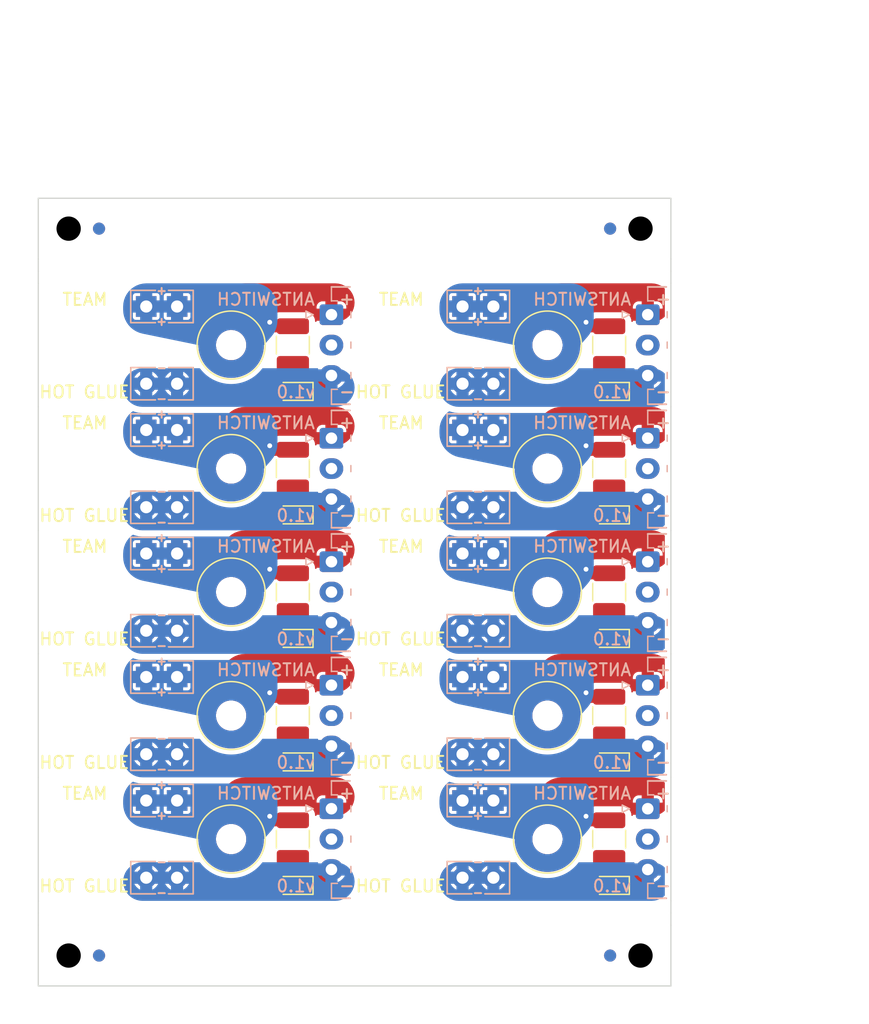
<source format=kicad_pcb>
(kicad_pcb (version 20240108) (generator "pcbnew") (generator_version "8.0")
  (layers (0 "F.Cu" signal) (31 "B.Cu" signal) (34 "B.Paste" user) (35 "F.Paste" user) (36 "B.SilkS" user "B.Silkscreen") (37 "F.SilkS" user "F.Silkscreen") (38 "B.Mask" user) (39 "F.Mask" user) (44 "Edge.Cuts" user))
  (net 0 "")
  (net 1 "Board_0-+BATT")
  (net 2 "Board_0--BATT")
  (net 3 "Board_0-/3.7V")
  (net 4 "Board_0-/BATT SWITCH")
  (net 5 "Board_0-Net-(D1-A)")
  (net 6 "Board_1-+BATT")
  (net 7 "Board_1--BATT")
  (net 8 "Board_1-/3.7V")
  (net 9 "Board_1-/BATT SWITCH")
  (net 10 "Board_1-Net-(D1-A)")
  (net 11 "Board_2-+BATT")
  (net 12 "Board_2--BATT")
  (net 13 "Board_2-/3.7V")
  (net 14 "Board_2-/BATT SWITCH")
  (net 15 "Board_2-Net-(D1-A)")
  (net 16 "Board_3-+BATT")
  (net 17 "Board_3--BATT")
  (net 18 "Board_3-/3.7V")
  (net 19 "Board_3-/BATT SWITCH")
  (net 20 "Board_3-Net-(D1-A)")
  (net 21 "Board_4-+BATT")
  (net 22 "Board_4--BATT")
  (net 23 "Board_4-/3.7V")
  (net 24 "Board_4-/BATT SWITCH")
  (net 25 "Board_4-Net-(D1-A)")
  (net 26 "Board_5-+BATT")
  (net 27 "Board_5--BATT")
  (net 28 "Board_5-/3.7V")
  (net 29 "Board_5-/BATT SWITCH")
  (net 30 "Board_5-Net-(D1-A)")
  (net 31 "Board_6-+BATT")
  (net 32 "Board_6--BATT")
  (net 33 "Board_6-/3.7V")
  (net 34 "Board_6-/BATT SWITCH")
  (net 35 "Board_6-Net-(D1-A)")
  (net 36 "Board_7-+BATT")
  (net 37 "Board_7--BATT")
  (net 38 "Board_7-/3.7V")
  (net 39 "Board_7-/BATT SWITCH")
  (net 40 "Board_7-Net-(D1-A)")
  (net 41 "Board_8-+BATT")
  (net 42 "Board_8--BATT")
  (net 43 "Board_8-/3.7V")
  (net 44 "Board_8-/BATT SWITCH")
  (net 45 "Board_8-Net-(D1-A)")
  (net 46 "Board_9-+BATT")
  (net 47 "Board_9--BATT")
  (net 48 "Board_9-/3.7V")
  (net 49 "Board_9-/BATT SWITCH")
  (net 50 "Board_9-Net-(D1-A)")
  (footprint "Trent_Components_Library:screw_contact_3" (layer "F.Cu") (at 164.375 32.0795)
    (property "Reference" "H2" (hide yes))
    (property "Value" "Screw contact")
  )
  (footprint "Trent_Components_Library:Screw M1.6" (layer "F.Cu") (at 138.34 42.2395)
    (property "Reference" "M1" (hide yes))
    (property "Value" "Screw")
  )
  (footprint "Trent_Components_Library:PinHeader_1x02_P2.54mm_Vertical Positive" (layer "F.Cu") (at 157.385 49.2245 90)
    (property "Reference" "J8" (hide yes))
    (property "Value" "+OUTPUT")
  )
  (footprint "Trent_Components_Library:Screw M3" (layer "F.Cu") (at 152.31 72.7195)
    (property "Reference" "M2" (hide yes))
    (property "Value" "Screw")
  )
  (footprint "MountingHole:MountingHole_3.2mm_M3_DIN965" (layer "F.Cu") (at 152.31 42.2395)
    (property "Reference" "H1" (hide yes))
    (property "Value" "MountingHole")
  )
  (footprint "LED_SMD:LED_0603_1608Metric_Pad1.05x0.95mm_HandSolder" (layer "F.Cu") (at 169.455 76.5295 180)
    (property "Reference" "D1" (hide yes))
    (property "Value" "150060GS75003")
  )
  (footprint "MountingHole:MountingHole_3.2mm_M3_DIN965" (layer "F.Cu") (at 126.275 52.3995)
    (property "Reference" "H1" (hide yes))
    (property "Value" "MountingHole")
  )
  (footprint "Trent_Components_Library:Screw M3" (layer "F.Cu") (at 126.275 52.3995)
    (property "Reference" "M2" (hide yes))
    (property "Value" "Screw")
  )
  (footprint "MountingHole:MountingHole_3.2mm_M3_DIN965" (layer "F.Cu") (at 152.31 32.0795)
    (property "Reference" "H1" (hide yes))
    (property "Value" "MountingHole")
  )
  (footprint "MountingHole:MountingHole_3.2mm_M3_DIN965" (layer "F.Cu") (at 152.31 52.3995)
    (property "Reference" "H1" (hide yes))
    (property "Value" "MountingHole")
  )
  (footprint "Trent_Components_Library:PinHeader_1x02_P2.54mm_Vertical Negative" (layer "F.Cu") (at 131.35 65.7345 90)
    (property "Reference" "J9" (hide yes))
    (property "Value" "-OUTPUT")
  )
  (footprint "LED_SMD:LED_0603_1608Metric_Pad1.05x0.95mm_HandSolder" (layer "F.Cu") (at 169.455 56.2095 180)
    (property "Reference" "D1" (hide yes))
    (property "Value" "150060GS75003")
  )
  (footprint "Trent_Components_Library:PinHeader_1x02_P2.54mm_Vertical Positive" (layer "F.Cu") (at 157.385 69.5445 90)
    (property "Reference" "J8" (hide yes))
    (property "Value" "+OUTPUT")
  )
  (footprint "Trent_Components_Library:PinHeader_1x02_P2.54mm_Vertical Negative" (layer "F.Cu") (at 131.35 55.5745 90)
    (property "Reference" "J9" (hide yes))
    (property "Value" "-OUTPUT")
  )
  (footprint "Fiducial" (layer "F.Cu") (at 169.535 22.5)
    (property "Reference" "KiKit_FID_T_2" (hide yes))
    (property "Value" "Fiducial" (hide yes))
  )
  (footprint "Trent_Components_Library:Screw M3" (layer "F.Cu") (at 152.31 52.3995)
    (property "Reference" "M2" (hide yes))
    (property "Value" "Screw")
  )
  (footprint "Trent_Components_Library:Screw M1.6" (layer "F.Cu") (at 138.34 52.3995)
    (property "Reference" "M1" (hide yes))
    (property "Value" "Screw")
  )
  (footprint "LED_SMD:LED_0603_1608Metric_Pad1.05x0.95mm_HandSolder" (layer "F.Cu") (at 169.455 35.8895 180)
    (property "Reference" "D1" (hide yes))
    (property "Value" "150060GS75003")
  )
  (footprint "Resistor_SMD:R_1210_3225Metric_Pad1.30x2.65mm_HandSolder" (layer "F.Cu") (at 169.455 62.5595 -90)
    (property "Reference" "R1" (hide yes))
    (property "Value" "560112140008")
  )
  (footprint "Trent_Components_Library:screw_contact_3" (layer "F.Cu") (at 164.375 72.7195)
    (property "Reference" "H2" (hide yes))
    (property "Value" "Screw contact")
  )
  (footprint "NPTH" (layer "F.Cu") (at 124.965 82.2995)
    (property "Reference" "KiKit_TO_3" (hide yes))
    (property "Value" "NPTH" (hide yes))
  )
  (footprint "LED_SMD:LED_0603_1608Metric_Pad1.05x0.95mm_HandSolder" (layer "F.Cu") (at 143.42 35.8895 180)
    (property "Reference" "D1" (hide yes))
    (property "Value" "150060GS75003")
  )
  (footprint "MountingHole:MountingHole_3.2mm_M3_DIN965" (layer "F.Cu") (at 152.31 72.7195)
    (property "Reference" "H1" (hide yes))
    (property "Value" "MountingHole")
  )
  (footprint "Resistor_SMD:R_1210_3225Metric_Pad1.30x2.65mm_HandSolder" (layer "F.Cu") (at 169.455 72.7195 -90)
    (property "Reference" "R1" (hide yes))
    (property "Value" "560112140008")
  )
  (footprint "Trent_Components_Library:screw_contact_3" (layer "F.Cu") (at 164.375 62.5595)
    (property "Reference" "H2" (hide yes))
    (property "Value" "Screw contact")
  )
  (footprint "Resistor_SMD:R_1210_3225Metric_Pad1.30x2.65mm_HandSolder" (layer "F.Cu") (at 143.42 32.0795 -90)
    (property "Reference" "R1" (hide yes))
    (property "Value" "560112140008")
  )
  (footprint "Trent_Components_Library:Screw M1.6" (layer "F.Cu") (at 164.375 32.0795)
    (property "Reference" "M1" (hide yes))
    (property "Value" "Screw")
  )
  (footprint "Trent_Components_Library:PinHeader_1x02_P2.54mm_Vertical Positive" (layer "F.Cu") (at 157.385 59.3845 90)
    (property "Reference" "J8" (hide yes))
    (property "Value" "+OUTPUT")
  )
  (footprint "Resistor_SMD:R_1210_3225Metric_Pad1.30x2.65mm_HandSolder" (layer "F.Cu") (at 169.455 42.2395 -90)
    (property "Reference" "R1" (hide yes))
    (property "Value" "560112140008")
  )
  (footprint "LED_SMD:LED_0603_1608Metric_Pad1.05x0.95mm_HandSolder" (layer "F.Cu") (at 143.42 66.3695 180)
    (property "Reference" "D1" (hide yes))
    (property "Value" "150060GS75003")
  )
  (footprint "NPTH" (layer "F.Cu") (at 172.035 22.5)
    (property "Reference" "KiKit_TO_2" (hide yes))
    (property "Value" "NPTH" (hide yes))
  )
  (footprint "Trent_Components_Library:PinHeader_1x02_P2.54mm_Vertical Negative" (layer "F.Cu") (at 157.385 55.5745 90)
    (property "Reference" "J9" (hide yes))
    (property "Value" "-OUTPUT")
  )
  (footprint "Resistor_SMD:R_1210_3225Metric_Pad1.30x2.65mm_HandSolder" (layer "F.Cu") (at 143.42 42.2395 -90)
    (property "Reference" "R1" (hide yes))
    (property "Value" "560112140008")
  )
  (footprint "MountingHole:MountingHole_3.2mm_M3_DIN965" (layer "F.Cu") (at 126.275 72.7195)
    (property "Reference" "H1" (hide yes))
    (property "Value" "MountingHole")
  )
  (footprint "Trent_Components_Library:PinHeader_1x02_P2.54mm_Vertical Negative" (layer "F.Cu") (at 131.35 35.2545 90)
    (property "Reference" "J9" (hide yes))
    (property "Value" "-OUTPUT")
  )
  (footprint "Fiducial" (layer "F.Cu") (at 127.465 82.2995)
    (property "Reference" "KiKit_FID_T_3" (hide yes))
    (property "Value" "Fiducial" (hide yes))
  )
  (footprint "LED_SMD:LED_0603_1608Metric_Pad1.05x0.95mm_HandSolder" (layer "F.Cu") (at 169.455 46.0495 180)
    (property "Reference" "D1" (hide yes))
    (property "Value" "150060GS75003")
  )
  (footprint "Trent_Components_Library:screw_contact_3" (layer "F.Cu") (at 164.375 52.3995)
    (property "Reference" "H2" (hide yes))
    (property "Value" "Screw contact")
  )
  (footprint "LED_SMD:LED_0603_1608Metric_Pad1.05x0.95mm_HandSolder" (layer "F.Cu") (at 143.42 46.0495 180)
    (property "Reference" "D1" (hide yes))
    (property "Value" "150060GS75003")
  )
  (footprint "LED_SMD:LED_0603_1608Metric_Pad1.05x0.95mm_HandSolder" (layer "F.Cu") (at 143.42 56.2095 180)
    (property "Reference" "D1" (hide yes))
    (property "Value" "150060GS75003")
  )
  (footprint "Trent_Components_Library:Screw M1.6" (layer "F.Cu") (at 164.375 62.5595)
    (property "Reference" "M1" (hide yes))
    (property "Value" "Screw")
  )
  (footprint "Trent_Components_Library:screw_contact_3" (layer "F.Cu") (at 138.34 72.7195)
    (property "Reference" "H2" (hide yes))
    (property "Value" "Screw contact")
  )
  (footprint "MountingHole:MountingHole_3.2mm_M3_DIN965" (layer "F.Cu") (at 126.275 62.5595)
    (property "Reference" "H1" (hide yes))
    (property "Value" "MountingHole")
  )
  (footprint "Trent_Components_Library:PinHeader_1x02_P2.54mm_Vertical Positive" (layer "F.Cu") (at 131.35 28.9045 90)
    (property "Reference" "J8" (hide yes))
    (property "Value" "+OUTPUT")
  )
  (footprint "Trent_Components_Library:Screw M1.6" (layer "F.Cu") (at 164.375 42.2395)
    (property "Reference" "M1" (hide yes))
    (property "Value" "Screw")
  )
  (footprint "Trent_Components_Library:PinHeader_1x02_P2.54mm_Vertical Negative" (layer "F.Cu") (at 157.385 65.7345 90)
    (property "Reference" "J9" (hide yes))
    (property "Value" "-OUTPUT")
  )
  (footprint "Trent_Components_Library:Screw M3" (layer "F.Cu") (at 152.31 32.0795)
    (property "Reference" "M2" (hide yes))
    (property "Value" "Screw")
  )
  (footprint "Trent_Components_Library:PinHeader_1x02_P2.54mm_Vertical Positive" (layer "F.Cu") (at 131.35 39.0645 90)
    (property "Reference" "J8" (hide yes))
    (property "Value" "+OUTPUT")
  )
  (footprint "Resistor_SMD:R_1210_3225Metric_Pad1.30x2.65mm_HandSolder" (layer "F.Cu") (at 143.42 72.7195 -90)
    (property "Reference" "R1" (hide yes))
    (property "Value" "560112140008")
  )
  (footprint "Trent_Components_Library:screw_contact_3" (layer "F.Cu") (at 138.34 52.3995)
    (property "Reference" "H2" (hide yes))
    (property "Value" "Screw contact")
  )
  (footprint "NPTH" (layer "F.Cu") (at 172.035 82.2995)
    (property "Reference" "KiKit_TO_4" (hide yes))
    (property "Value" "NPTH" (hide yes))
  )
  (footprint "Fiducial" (layer "F.Cu") (at 169.535 82.2995)
    (property "Reference" "KiKit_FID_T_4" (hide yes))
    (property "Value" "Fiducial" (hide yes))
  )
  (footprint "Trent_Components_Library:screw_contact_3" (layer "F.Cu") (at 164.375 42.2395)
    (property "Reference" "H2" (hide yes))
    (property "Value" "Screw contact")
  )
  (footprint "MountingHole:MountingHole_3.2mm_M3_DIN965" (layer "F.Cu") (at 126.275 32.0795)
    (property "Reference" "H1" (hide yes))
    (property "Value" "MountingHole")
  )
  (footprint "Trent_Components_Library:screw_contact_3" (layer "F.Cu") (at 138.34 32.0795)
    (property "Reference" "H2" (hide yes))
    (property "Value" "Screw contact")
  )
  (footprint "Trent_Components_Library:PinHeader_1x02_P2.54mm_Vertical Negative" (layer "F.Cu") (at 131.35 75.8945 90)
    (property "Reference" "J9" (hide yes))
    (property "Value" "-OUTPUT")
  )
  (footprint "MountingHole:MountingHole_3.2mm_M3_DIN965" (layer "F.Cu") (at 152.31 62.5595)
    (property "Reference" "H1" (hide yes))
    (property "Value" "MountingHole")
  )
  (footprint "Trent_Components_Library:Screw M1.6" (layer "F.Cu") (at 138.34 62.5595)
    (property "Reference" "M1" (hide yes))
    (property "Value" "Screw")
  )
  (footprint "LED_SMD:LED_0603_1608Metric_Pad1.05x0.95mm_HandSolder" (layer "F.Cu") (at 169.455 66.3695 180)
    (property "Reference" "D1" (hide yes))
    (property "Value" "150060GS75003")
  )
  (footprint "MountingHole:MountingHole_3.2mm_M3_DIN965" (layer "F.Cu") (at 126.275 42.2395)
    (property "Reference" "H1" (hide yes))
    (property "Value" "MountingHole")
  )
  (footprint "Resistor_SMD:R_1210_3225Metric_Pad1.30x2.65mm_HandSolder" (layer "F.Cu") (at 169.455 52.3995 -90)
    (property "Reference" "R1" (hide yes))
    (property "Value" "560112140008")
  )
  (footprint "Resistor_SMD:R_1210_3225Metric_Pad1.30x2.65mm_HandSolder" (layer "F.Cu") (at 169.455 32.0795 -90)
    (property "Reference" "R1" (hide yes))
    (property "Value" "560112140008")
  )
  (footprint "Trent_Components_Library:PinHeader_1x02_P2.54mm_Vertical Positive" (layer "F.Cu") (at 131.35 49.2245 90)
    (property "Reference" "J8" (hide yes))
    (property "Value" "+OUTPUT")
  )
  (footprint "Trent_Components_Library:PinHeader_1x02_P2.54mm_Vertical Negative" (layer "F.Cu") (at 157.385 35.2545 90)
    (property "Reference" "J9" (hide yes))
    (property "Value" "-OUTPUT")
  )
  (footprint "LED_SMD:LED_0603_1608Metric_Pad1.05x0.95mm_HandSolder" (layer "F.Cu") (at 143.42 76.5295 180)
    (property "Reference" "D1" (hide yes))
    (property "Value" "150060GS75003")
  )
  (footprint "Trent_Components_Library:Screw M1.6" (layer "F.Cu") (at 138.34 72.7195)
    (property "Reference" "M1" (hide yes))
    (property "Value" "Screw")
  )
  (footprint "Trent_Components_Library:PinHeader_1x02_P2.54mm_Vertical Positive" (layer "F.Cu") (at 157.385 28.9045 90)
    (property "Reference" "J8" (hide yes))
    (property "Value" "+OUTPUT")
  )
  (footprint "Trent_Components_Library:Screw M3" (layer "F.Cu") (at 126.275 32.0795)
    (property "Reference" "M2" (hide yes))
    (property "Value" "Screw")
  )
  (footprint "Trent_Components_Library:PinHeader_1x02_P2.54mm_Vertical Positive" (layer "F.Cu") (at 157.385 39.0645 90)
    (property "Reference" "J8" (hide yes))
    (property "Value" "+OUTPUT")
  )
  (footprint "Trent_Components_Library:Screw M1.6" (layer "F.Cu") (at 164.375 52.3995)
    (property "Reference" "M1" (hide yes))
    (property "Value" "Screw")
  )
  (footprint "Trent_Components_Library:Screw M3" (layer "F.Cu") (at 152.31 42.2395)
    (property "Reference" "M2" (hide yes))
    (property "Value" "Screw")
  )
  (footprint "Trent_Components_Library:PinHeader_1x02_P2.54mm_Vertical Negative" (layer "F.Cu") (at 131.35 45.4145 90)
    (property "Reference" "J9" (hide yes))
    (property "Value" "-OUTPUT")
  )
  (footprint "Trent_Components_Library:Screw M3" (layer "F.Cu") (at 126.275 42.2395)
    (property "Reference" "M2" (hide yes))
    (property "Value" "Screw")
  )
  (footprint "Resistor_SMD:R_1210_3225Metric_Pad1.30x2.65mm_HandSolder" (layer "F.Cu") (at 143.42 52.3995 -90)
    (property "Reference" "R1" (hide yes))
    (property "Value" "560112140008")
  )
  (footprint "Trent_Components_Library:PinHeader_1x02_P2.54mm_Vertical Negative" (layer "F.Cu") (at 157.385 75.8945 90)
    (property "Reference" "J9" (hide yes))
    (property "Value" "-OUTPUT")
  )
  (footprint "Trent_Components_Library:screw_contact_3" (layer "F.Cu") (at 138.34 62.5595)
    (property "Reference" "H2" (hide yes))
    (property "Value" "Screw contact")
  )
  (footprint "Trent_Components_Library:PinHeader_1x02_P2.54mm_Vertical Positive" (layer "F.Cu") (at 131.35 59.3845 90)
    (property "Reference" "J8" (hide yes))
    (property "Value" "+OUTPUT")
  )
  (footprint "Trent_Components_Library:Screw M1.6" (layer "F.Cu") (at 164.375 72.7195)
    (property "Reference" "M1" (hide yes))
    (property "Value" "Screw")
  )
  (footprint "Trent_Components_Library:PinHeader_1x02_P2.54mm_Vertical Positive" (layer "F.Cu") (at 131.35 69.5445 90)
    (property "Reference" "J8" (hide yes))
    (property "Value" "+OUTPUT")
  )
  (footprint "Trent_Components_Library:screw_contact_3" (layer "F.Cu") (at 138.34 42.2395)
    (property "Reference" "H2" (hide yes))
    (property "Value" "Screw contact")
  )
  (footprint "Trent_Components_Library:Screw M1.6" (layer "F.Cu") (at 138.34 32.0795)
    (property "Reference" "M1" (hide yes))
    (property "Value" "Screw")
  )
  (footprint "Resistor_SMD:R_1210_3225Metric_Pad1.30x2.65mm_HandSolder" (layer "F.Cu") (at 143.42 62.5595 -90)
    (property "Reference" "R1" (hide yes))
    (property "Value" "560112140008")
  )
  (footprint "Trent_Components_Library:Screw M3" (layer "F.Cu") (at 126.275 72.7195)
    (property "Reference" "M2" (hide yes))
    (property "Value" "Screw")
  )
  (footprint "NPTH" (layer "F.Cu") (at 124.965 22.5)
    (property "Reference" "KiKit_TO_1" (hide yes))
    (property "Value" "NPTH" (hide yes))
  )
  (footprint "Trent_Components_Library:Screw M3" (layer "F.Cu") (at 152.31 62.5595)
    (property "Reference" "M2" (hide yes))
    (property "Value" "Screw")
  )
  (footprint "Fiducial" (layer "F.Cu") (at 127.465 22.5)
    (property "Reference" "KiKit_FID_T_1" (hide yes))
    (property "Value" "Fiducial" (hide yes))
  )
  (footprint "Trent_Components_Library:PinHeader_1x02_P2.54mm_Vertical Negative" (layer "F.Cu") (at 157.385 45.4145 90)
    (property "Reference" "J9" (hide yes))
    (property "Value" "-OUTPUT")
  )
  (footprint "Trent_Components_Library:Screw M3" (layer "F.Cu") (at 126.275 62.5595)
    (property "Reference" "M2" (hide yes))
    (property "Value" "Screw")
  )
  (footprint "Mounting_Wuerth:Mounting_Wuerth_WA-SMSI-M1.6_H1mm_9774010633" (layer "B.Cu") (at 138.34 62.5595 180)
    (property "Reference" "H4" (hide yes))
    (property "Value" "9774010633R")
  )
  (footprint "Trent_Components_Library:JST_XH_S3B-XH-A-1_1x03_P2.50mm_Horizontal_Aliexpress" (layer "B.Cu") (at 172.63 29.5795 -90)
    (property "Reference" "J3" (hide yes))
    (property "Value" "BATTERY")
  )
  (footprint "Trent_Components_Library:JST_XH_S3B-XH-A-1_1x03_P2.50mm_Horizontal_Aliexpress" (layer "B.Cu") (at 146.595 29.5795 -90)
    (property "Reference" "J3" (hide yes))
    (property "Value" "BATTERY")
  )
  (footprint "Trent_Components_Library:JST_XH_S3B-XH-A-1_1x03_P2.50mm_Horizontal_Aliexpress" (layer "B.Cu") (at 172.63 70.2195 -90)
    (property "Reference" "J3" (hide yes))
    (property "Value" "BATTERY")
  )
  (footprint "Mounting_Wuerth:Mounting_Wuerth_WA-SMSI-M1.6_H1mm_9774010633" (layer "B.Cu") (at 164.375 32.0795 180)
    (property "Reference" "H4" (hide yes))
    (property "Value" "9774010633R")
  )
  (footprint "Mounting_Wuerth:Mounting_Wuerth_WA-SMSI-M1.6_H1mm_9774010633" (layer "B.Cu") (at 138.34 42.2395 180)
    (property "Reference" "H4" (hide yes))
    (property "Value" "9774010633R")
  )
  (footprint "Mounting_Wuerth:Mounting_Wuerth_WA-SMSI-M1.6_H1mm_9774010633" (layer "B.Cu") (at 164.375 42.2395 180)
    (property "Reference" "H4" (hide yes))
    (property "Value" "9774010633R")
  )
  (footprint "Mounting_Wuerth:Mounting_Wuerth_WA-SMSI-M1.6_H1mm_9774010633" (layer "B.Cu") (at 138.34 72.7195 180)
    (property "Reference" "H4" (hide yes))
    (property "Value" "9774010633R")
  )
  (footprint "Trent_Components_Library:JST_XH_S3B-XH-A-1_1x03_P2.50mm_Horizontal_Aliexpress" (layer "B.Cu") (at 172.63 60.0595 -90)
    (property "Reference" "J3" (hide yes))
    (property "Value" "BATTERY")
  )
  (footprint "Mounting_Wuerth:Mounting_Wuerth_WA-SMSI-M1.6_H1mm_9774010633" (layer "B.Cu") (at 164.375 72.7195 180)
    (property "Reference" "H4" (hide yes))
    (property "Value" "9774010633R")
  )
  (footprint "Trent_Components_Library:JST_XH_S3B-XH-A-1_1x03_P2.50mm_Horizontal_Aliexpress" (layer "B.Cu") (at 146.595 49.8995 -90)
    (property "Reference" "J3" (hide yes))
    (property "Value" "BATTERY")
  )
  (footprint "Trent_Components_Library:JST_XH_S3B-XH-A-1_1x03_P2.50mm_Horizontal_Aliexpress" (layer "B.Cu") (at 172.63 39.7395 -90)
    (property "Reference" "J3" (hide yes))
    (property "Value" "BATTERY")
  )
  (footprint "Mounting_Wuerth:Mounting_Wuerth_WA-SMSI-M1.6_H1mm_9774010633" (layer "B.Cu") (at 164.375 52.3995 180)
    (property "Reference" "H4" (hide yes))
    (property "Value" "9774010633R")
  )
  (footprint "Mounting_Wuerth:Mounting_Wuerth_WA-SMSI-M1.6_H1mm_9774010633" (layer "B.Cu") (at 138.34 52.3995 180)
    (property "Reference" "H4" (hide yes))
    (property "Value" "9774010633R")
  )
  (footprint "Trent_Components_Library:JST_XH_S3B-XH-A-1_1x03_P2.50mm_Horizontal_Aliexpress" (layer "B.Cu") (at 172.63 49.8995 -90)
    (property "Reference" "J3" (hide yes))
    (property "Value" "BATTERY")
  )
  (footprint "Trent_Components_Library:JST_XH_S3B-XH-A-1_1x03_P2.50mm_Horizontal_Aliexpress" (layer "B.Cu") (at 146.595 70.2195 -90)
    (property "Reference" "J3" (hide yes))
    (property "Value" "BATTERY")
  )
  (footprint "Fiducial" (layer "B.Cu") (at 127.465 22.5)
    (property "Reference" "KiKit_FID_B_1" (hide yes))
    (property "Value" "Fiducial" (hide yes))
  )
  (footprint "Fiducial" (layer "B.Cu") (at 127.465 82.2995)
    (property "Reference" "KiKit_FID_B_3" (hide yes))
    (property "Value" "Fiducial" (hide yes))
  )
  (footprint "Fiducial" (layer "B.Cu") (at 169.535 22.5)
    (property "Reference" "KiKit_FID_B_2" (hide yes))
    (property "Value" "Fiducial" (hide yes))
  )
  (footprint "Trent_Components_Library:JST_XH_S3B-XH-A-1_1x03_P2.50mm_Horizontal_Aliexpress" (layer "B.Cu") (at 146.595 60.0595 -90)
    (property "Reference" "J3" (hide yes))
    (property "Value" "BATTERY")
  )
  (footprint "Mounting_Wuerth:Mounting_Wuerth_WA-SMSI-M1.6_H1mm_9774010633" (layer "B.Cu") (at 138.34 32.0795 180)
    (property "Reference" "H4" (hide yes))
    (property "Value" "9774010633R")
  )
  (footprint "Mounting_Wuerth:Mounting_Wuerth_WA-SMSI-M1.6_H1mm_9774010633" (layer "B.Cu") (at 164.375 62.5595 180)
    (property "Reference" "H4" (hide yes))
    (property "Value" "9774010633R")
  )
  (footprint "Fiducial" (layer "B.Cu") (at 169.535 82.2995)
    (property "Reference" "KiKit_FID_B_4" (hide yes))
    (property "Value" "Fiducial" (hide yes))
  )
  (footprint "Trent_Components_Library:JST_XH_S3B-XH-A-1_1x03_P2.50mm_Horizontal_Aliexpress" (layer "B.Cu") (at 146.595 39.7395 -90)
    (property "Reference" "J3" (hide yes))
    (property "Value" "BATTERY")
  )
  (gr_line (start 174.535 84.7995) (end 174.535 79.7995) (stroke (width 0.1)) (layer "Edge.Cuts"))
  (gr_line (start 122.465 25) (end 122.465 25.9995) (stroke (width 0.1)) (layer "Edge.Cuts"))
  (gr_line (start 122.465 67.6395) (end 122.465 77.7995) (stroke (width 0.1)) (layer "Edge.Cuts"))
  (gr_line (start 122.465 26.9995) (end 122.465 37.1595) (stroke (width 0.1)) (layer "Edge.Cuts"))
  (gr_line (start 174.535 78.7995) (end 174.535 77.7995) (stroke (width 0.1)) (layer "Edge.Cuts"))
  (gr_line (start 174.535 26.9995) (end 174.535 25.9995) (stroke (width 0.1)) (layer "Edge.Cuts"))
  (gr_line (start 174.535 79.7995) (end 174.535 78.7995) (stroke (width 0.1)) (layer "Edge.Cuts"))
  (gr_line (start 122.465 37.1595) (end 122.465 47.3195) (stroke (width 0.1)) (layer "Edge.Cuts"))
  (gr_line (start 174.535 77.7995) (end 174.535 67.6395) (stroke (width 0.1)) (layer "Edge.Cuts"))
  (gr_line (start 122.465 20) (end 122.465 25) (stroke (width 0.1)) (layer "Edge.Cuts"))
  (gr_line (start 122.465 78.7995) (end 122.465 79.7995) (stroke (width 0.1)) (layer "Edge.Cuts"))
  (gr_line (start 174.535 47.3195) (end 174.535 37.1595) (stroke (width 0.1)) (layer "Edge.Cuts"))
  (gr_line (start 174.535 57.4795) (end 174.535 47.3195) (stroke (width 0.1)) (layer "Edge.Cuts"))
  (gr_line (start 122.465 25.9995) (end 122.465 26.9995) (stroke (width 0.1)) (layer "Edge.Cuts"))
  (gr_line (start 122.465 84.7995) (end 174.535 84.7995) (stroke (width 0.1)) (layer "Edge.Cuts"))
  (gr_line (start 174.535 20) (end 122.465 20) (stroke (width 0.1)) (layer "Edge.Cuts"))
  (gr_line (start 122.465 79.7995) (end 122.465 84.7995) (stroke (width 0.1)) (layer "Edge.Cuts"))
  (gr_line (start 174.535 37.1595) (end 174.535 26.9995) (stroke (width 0.1)) (layer "Edge.Cuts"))
  (gr_line (start 122.465 47.3195) (end 122.465 57.4795) (stroke (width 0.1)) (layer "Edge.Cuts"))
  (gr_line (start 122.465 77.7995) (end 122.465 78.7995) (stroke (width 0.1)) (layer "Edge.Cuts"))
  (gr_line (start 122.465 57.4795) (end 122.465 67.6395) (stroke (width 0.1)) (layer "Edge.Cuts"))
  (gr_line (start 174.535 25.9995) (end 174.535 25) (stroke (width 0.1)) (layer "Edge.Cuts"))
  (gr_line (start 174.535 67.6395) (end 174.535 57.4795) (stroke (width 0.1)) (layer "Edge.Cuts"))
  (gr_line (start 174.535 25) (end 174.535 20) (stroke (width 0.1)) (layer "Edge.Cuts"))
  (gr_text "ANTSWITCH" (at 145.325 39.0645 0) (layer "B.SilkS") (effects (font (size 1 1) (thickness 0.16)) (justify left bottom mirror)))
  (gr_text "+" (at 147.865 68.9095 0) (layer "B.SilkS") (effects (font (size 1 1) (thickness 0.16)) (justify mirror)))
  (gr_text "v1.0" (at 145.325 46.6845 0) (layer "B.SilkS") (effects (font (size 1 1) (thickness 0.16)) (justify left bottom mirror)))
  (gr_text "v1.0" (at 145.325 67.0045 0) (layer "B.SilkS") (effects (font (size 1 1) (thickness 0.16)) (justify left bottom mirror)))
  (gr_text "-" (at 173.9 56.2095 0) (layer "B.SilkS") (effects (font (size 1 1) (thickness 0.16)) (justify mirror)))
  (gr_text "v1.0" (at 171.36 56.8445 0) (layer "B.SilkS") (effects (font (size 1 1) (thickness 0.16)) (justify left bottom mirror)))
  (gr_text "-" (at 147.865 56.2095 0) (layer "B.SilkS") (effects (font (size 1 1) (thickness 0.16)) (justify mirror)))
  (gr_text "v1.0" (at 145.325 77.1645 0) (layer "B.SilkS") (effects (font (size 1 1) (thickness 0.16)) (justify left bottom mirror)))
  (gr_text "v1.0" (at 171.36 46.6845 0) (layer "B.SilkS") (effects (font (size 1 1) (thickness 0.16)) (justify left bottom mirror)))
  (gr_text "v1.0" (at 145.325 36.5245 0) (layer "B.SilkS") (effects (font (size 1 1) (thickness 0.16)) (justify left bottom mirror)))
  (gr_text "v1.0" (at 171.36 77.1645 0) (layer "B.SilkS") (effects (font (size 1 1) (thickness 0.16)) (justify left bottom mirror)))
  (gr_text "+" (at 147.865 48.5895 0) (layer "B.SilkS") (effects (font (size 1 1) (thickness 0.16)) (justify mirror)))
  (gr_text "+" (at 147.865 58.7495 0) (layer "B.SilkS") (effects (font (size 1 1) (thickness 0.16)) (justify mirror)))
  (gr_text "-" (at 147.865 76.5295 0) (layer "B.SilkS") (effects (font (size 1 1) (thickness 0.16)) (justify mirror)))
  (gr_text "+" (at 173.9 48.5895 0) (layer "B.SilkS") (effects (font (size 1 1) (thickness 0.16)) (justify mirror)))
  (gr_text "ANTSWITCH" (at 145.325 69.5445 0) (layer "B.SilkS") (effects (font (size 1 1) (thickness 0.16)) (justify left bottom mirror)))
  (gr_text "ANTSWITCH" (at 171.36 28.9045 0) (layer "B.SilkS") (effects (font (size 1 1) (thickness 0.16)) (justify left bottom mirror)))
  (gr_text "ANTSWITCH" (at 171.36 59.3845 0) (layer "B.SilkS") (effects (font (size 1 1) (thickness 0.16)) (justify left bottom mirror)))
  (gr_text "+" (at 173.9 58.7495 0) (layer "B.SilkS") (effects (font (size 1 1) (thickness 0.16)) (justify mirror)))
  (gr_text "+" (at 173.9 28.2695 0) (layer "B.SilkS") (effects (font (size 1 1) (thickness 0.16)) (justify mirror)))
  (gr_text "-" (at 147.865 66.3695 0) (layer "B.SilkS") (effects (font (size 1 1) (thickness 0.16)) (justify mirror)))
  (gr_text "ANTSWITCH" (at 145.325 28.9045 0) (layer "B.SilkS") (effects (font (size 1 1) (thickness 0.16)) (justify left bottom mirror)))
  (gr_text "ANTSWITCH" (at 171.36 69.5445 0) (layer "B.SilkS") (effects (font (size 1 1) (thickness 0.16)) (justify left bottom mirror)))
  (gr_text "v1.0" (at 171.36 36.5245 0) (layer "B.SilkS") (effects (font (size 1 1) (thickness 0.16)) (justify left bottom mirror)))
  (gr_text "-" (at 147.865 35.8895 0) (layer "B.SilkS") (effects (font (size 1 1) (thickness 0.16)) (justify mirror)))
  (gr_text "ANTSWITCH" (at 171.36 49.2245 0) (layer "B.SilkS") (effects (font (size 1 1) (thickness 0.16)) (justify left bottom mirror)))
  (gr_text "-" (at 147.865 46.0495 0) (layer "B.SilkS") (effects (font (size 1 1) (thickness 0.16)) (justify mirror)))
  (gr_text "ANTSWITCH" (at 145.325 49.2245 0) (layer "B.SilkS") (effects (font (size 1 1) (thickness 0.16)) (justify left bottom mirror)))
  (gr_text "+" (at 147.865 28.2695 0) (layer "B.SilkS") (effects (font (size 1 1) (thickness 0.16)) (justify mirror)))
  (gr_text "v1.0" (at 145.325 56.8445 0) (layer "B.SilkS") (effects (font (size 1 1) (thickness 0.16)) (justify left bottom mirror)))
  (gr_text "ANTSWITCH" (at 171.36 39.0645 0) (layer "B.SilkS") (effects (font (size 1 1) (thickness 0.16)) (justify left bottom mirror)))
  (gr_text "ANTSWITCH" (at 145.325 59.3845 0) (layer "B.SilkS") (effects (font (size 1 1) (thickness 0.16)) (justify left bottom mirror)))
  (gr_text "-" (at 173.9 35.8895 0) (layer "B.SilkS") (effects (font (size 1 1) (thickness 0.16)) (justify mirror)))
  (gr_text "+" (at 147.865 38.4295 0) (layer "B.SilkS") (effects (font (size 1 1) (thickness 0.16)) (justify mirror)))
  (gr_text "+" (at 173.9 68.9095 0) (layer "B.SilkS") (effects (font (size 1 1) (thickness 0.16)) (justify mirror)))
  (gr_text "-" (at 173.9 46.0495 0) (layer "B.SilkS") (effects (font (size 1 1) (thickness 0.16)) (justify mirror)))
  (gr_text "+" (at 173.9 38.4295 0) (layer "B.SilkS") (effects (font (size 1 1) (thickness 0.16)) (justify mirror)))
  (gr_text "v1.0" (at 171.36 67.0045 0) (layer "B.SilkS") (effects (font (size 1 1) (thickness 0.16)) (justify left bottom mirror)))
  (gr_text "-" (at 173.9 66.3695 0) (layer "B.SilkS") (effects (font (size 1 1) (thickness 0.16)) (justify mirror)))
  (gr_text "-" (at 173.9 76.5295 0) (layer "B.SilkS") (effects (font (size 1 1) (thickness 0.16)) (justify mirror)))
  (gr_text "-" (at 147.865 66.3695 0) (layer "F.SilkS") (effects (font (size 1 1) (thickness 0.16))))
  (gr_text "-" (at 147.865 46.0495 0) (layer "F.SilkS") (effects (font (size 1 1) (thickness 0.16))))
  (gr_text "+" (at 173.9 68.9095 0) (layer "F.SilkS") (effects (font (size 1 1) (thickness 0.16))))
  (gr_text "TEAM" (at 150.405 39.0645 0) (layer "F.SilkS") (effects (font (size 1 1) (thickness 0.16)) (justify left bottom)))
  (gr_text "HOT GLUE" (at 122.465 46.6845 0) (layer "F.SilkS") (effects (font (size 1 1) (thickness 0.16)) (justify left bottom)))
  (gr_text "-" (at 147.865 56.2095 0) (layer "F.SilkS") (effects (font (size 1 1) (thickness 0.16))))
  (gr_text "-" (at 147.865 35.8895 0) (layer "F.SilkS") (effects (font (size 1 1) (thickness 0.16))))
  (gr_text "HOT GLUE" (at 122.465 56.8445 0) (layer "F.SilkS") (effects (font (size 1 1) (thickness 0.16)) (justify left bottom)))
  (gr_text "+" (at 173.9 48.5895 0) (layer "F.SilkS") (effects (font (size 1 1) (thickness 0.16))))
  (gr_text "-" (at 147.865 76.5295 0) (layer "F.SilkS") (effects (font (size 1 1) (thickness 0.16))))
  (gr_text "TEAM" (at 150.405 59.3845 0) (layer "F.SilkS") (effects (font (size 1 1) (thickness 0.16)) (justify left bottom)))
  (gr_text "TEAM" (at 124.37 69.5445 0) (layer "F.SilkS") (effects (font (size 1 1) (thickness 0.16)) (justify left bottom)))
  (gr_text "+" (at 147.865 38.4295 0) (layer "F.SilkS") (effects (font (size 1 1) (thickness 0.16))))
  (gr_text "TEAM" (at 150.405 69.5445 0) (layer "F.SilkS") (effects (font (size 1 1) (thickness 0.16)) (justify left bottom)))
  (gr_text "HOT GLUE" (at 122.465 67.0045 0) (layer "F.SilkS") (effects (font (size 1 1) (thickness 0.16)) (justify left bottom)))
  (gr_text "+" (at 173.9 58.7495 0) (layer "F.SilkS") (effects (font (size 1 1) (thickness 0.16))))
  (gr_text "+" (at 147.865 58.7495 0) (layer "F.SilkS") (effects (font (size 1 1) (thickness 0.16))))
  (gr_text "TEAM" (at 124.37 28.9045 0) (layer "F.SilkS") (effects (font (size 1 1) (thickness 0.16)) (justify left bottom)))
  (gr_text "-" (at 173.9 76.5295 0) (layer "F.SilkS") (effects (font (size 1 1) (thickness 0.16))))
  (gr_text "-" (at 173.9 35.8895 0) (layer "F.SilkS") (effects (font (size 1 1) (thickness 0.16))))
  (gr_text "HOT GLUE" (at 148.5 46.6845 0) (layer "F.SilkS") (effects (font (size 1 1) (thickness 0.16)) (justify left bottom)))
  (gr_text "HOT GLUE" (at 148.5 77.1645 0) (layer "F.SilkS") (effects (font (size 1 1) (thickness 0.16)) (justify left bottom)))
  (gr_text "-" (at 173.9 46.0495 0) (layer "F.SilkS") (effects (font (size 1 1) (thickness 0.16))))
  (gr_text "HOT GLUE" (at 122.465 77.1645 0) (layer "F.SilkS") (effects (font (size 1 1) (thickness 0.16)) (justify left bottom)))
  (gr_text "+" (at 173.9 28.2695 0) (layer "F.SilkS") (effects (font (size 1 1) (thickness 0.16))))
  (gr_text "HOT GLUE" (at 148.5 56.8445 0) (layer "F.SilkS") (effects (font (size 1 1) (thickness 0.16)) (justify left bottom)))
  (gr_text "HOT GLUE" (at 122.465 36.5245 0) (layer "F.SilkS") (effects (font (size 1 1) (thickness 0.16)) (justify left bottom)))
  (gr_text "-" (at 173.9 66.3695 0) (layer "F.SilkS") (effects (font (size 1 1) (thickness 0.16))))
  (gr_text "HOT GLUE" (at 148.5 36.5245 0) (layer "F.SilkS") (effects (font (size 1 1) (thickness 0.16)) (justify left bottom)))
  (gr_text "+" (at 147.865 68.9095 0) (layer "F.SilkS") (effects (font (size 1 1) (thickness 0.16))))
  (gr_text "TEAM" (at 150.405 49.2245 0) (layer "F.SilkS") (effects (font (size 1 1) (thickness 0.16)) (justify left bottom)))
  (gr_text "TEAM" (at 124.37 39.0645 0) (layer "F.SilkS") (effects (font (size 1 1) (thickness 0.16)) (justify left bottom)))
  (gr_text "HOT GLUE" (at 148.5 67.0045 0) (layer "F.SilkS") (effects (font (size 1 1) (thickness 0.16)) (justify left bottom)))
  (gr_text "TEAM" (at 124.37 59.3845 0) (layer "F.SilkS") (effects (font (size 1 1) (thickness 0.16)) (justify left bottom)))
  (gr_text "+" (at 147.865 28.2695 0) (layer "F.SilkS") (effects (font (size 1 1) (thickness 0.16))))
  (gr_text "-" (at 173.9 56.2095 0) (layer "F.SilkS") (effects (font (size 1 1) (thickness 0.16))))
  (gr_text "+" (at 147.865 48.5895 0) (layer "F.SilkS") (effects (font (size 1 1) (thickness 0.16))))
  (gr_text "TEAM" (at 150.405 28.9045 0) (layer "F.SilkS") (effects (font (size 1 1) (thickness 0.16)) (justify left bottom)))
  (gr_text "TEAM" (at 124.37 49.2245 0) (layer "F.SilkS") (effects (font (size 1 1) (thickness 0.16)) (justify left bottom)))
  (gr_text "+" (at 173.9 38.4295 0) (layer "F.SilkS") (effects (font (size 1 1) (thickness 0.16))))
  (segment (start 146.595 34.5795) (end 146.595 34.6195) (width 1) (layer "F.Cu") (net 2))
  (segment (start 145.325 35.8895) (end 144.295 35.8895) (width 1) (layer "F.Cu") (net 2))
  (segment (start 146.595 34.6195) (end 145.325 35.8895) (width 1) (layer "F.Cu") (net 2))
  (segment (start 141.845 30.5295) (end 141.515 30.1995) (width 1) (layer "F.Cu") (net 4))
  (segment (start 143.42 30.5295) (end 141.845 30.5295) (width 1) (layer "F.Cu") (net 4))
  (via (at 141.515 30.1995) (size 0.8) (drill 0.4) (layers "F.Cu" "B.Cu") (net 4))
  (segment (start 141.515 30.1995) (end 141.385 30.3295) (width 1) (layer "B.Cu") (net 4))
  (segment (start 141.385 30.3295) (end 138.34 30.3295) (width 1) (layer "B.Cu") (net 4))
  (segment (start 142.545 35.8895) (end 142.545 34.5045) (width 1) (layer "F.Cu") (net 5))
  (segment (start 142.545 34.5045) (end 143.42 33.6295) (width 1) (layer "F.Cu") (net 5))
  (segment (start 172.63 34.6195) (end 171.36 35.8895) (width 1) (layer "F.Cu") (net 7))
  (segment (start 172.63 34.5795) (end 172.63 34.6195) (width 1) (layer "F.Cu") (net 7))
  (segment (start 171.36 35.8895) (end 170.33 35.8895) (width 1) (layer "F.Cu") (net 7))
  (segment (start 169.455 30.5295) (end 167.88 30.5295) (width 1) (layer "F.Cu") (net 9))
  (segment (start 167.88 30.5295) (end 167.55 30.1995) (width 1) (layer "F.Cu") (net 9))
  (via (at 167.55 30.1995) (size 0.8) (drill 0.4) (layers "F.Cu" "B.Cu") (net 9))
  (segment (start 167.55 30.1995) (end 167.42 30.3295) (width 1) (layer "B.Cu") (net 9))
  (segment (start 167.42 30.3295) (end 164.375 30.3295) (width 1) (layer "B.Cu") (net 9))
  (segment (start 168.58 34.5045) (end 169.455 33.6295) (width 1) (layer "F.Cu") (net 10))
  (segment (start 168.58 35.8895) (end 168.58 34.5045) (width 1) (layer "F.Cu") (net 10))
  (segment (start 146.595 44.7395) (end 146.595 44.7795) (width 1) (layer "F.Cu") (net 12))
  (segment (start 145.325 46.0495) (end 144.295 46.0495) (width 1) (layer "F.Cu") (net 12))
  (segment (start 146.595 44.7795) (end 145.325 46.0495) (width 1) (layer "F.Cu") (net 12))
  (segment (start 141.845 40.6895) (end 141.515 40.3595) (width 1) (layer "F.Cu") (net 14))
  (segment (start 143.42 40.6895) (end 141.845 40.6895) (width 1) (layer "F.Cu") (net 14))
  (via (at 141.515 40.3595) (size 0.8) (drill 0.4) (layers "F.Cu" "B.Cu") (net 14))
  (segment (start 141.385 40.4895) (end 138.34 40.4895) (width 1) (layer "B.Cu") (net 14))
  (segment (start 141.515 40.3595) (end 141.385 40.4895) (width 1) (layer "B.Cu") (net 14))
  (segment (start 142.545 46.0495) (end 142.545 44.6645) (width 1) (layer "F.Cu") (net 15))
  (segment (start 142.545 44.6645) (end 143.42 43.7895) (width 1) (layer "F.Cu") (net 15))
  (segment (start 171.36 46.0495) (end 170.33 46.0495) (width 1) (layer "F.Cu") (net 17))
  (segment (start 172.63 44.7795) (end 171.36 46.0495) (width 1) (layer "F.Cu") (net 17))
  (segment (start 172.63 44.7395) (end 172.63 44.7795) (width 1) (layer "F.Cu") (net 17))
  (segment (start 167.88 40.6895) (end 167.55 40.3595) (width 1) (layer "F.Cu") (net 19))
  (segment (start 169.455 40.6895) (end 167.88 40.6895) (width 1) (layer "F.Cu") (net 19))
  (via (at 167.55 40.3595) (size 0.8) (drill 0.4) (layers "F.Cu" "B.Cu") (net 19))
  (segment (start 167.55 40.3595) (end 167.42 40.4895) (width 1) (layer "B.Cu") (net 19))
  (segment (start 167.42 40.4895) (end 164.375 40.4895) (width 1) (layer "B.Cu") (net 19))
  (segment (start 168.58 46.0495) (end 168.58 44.6645) (width 1) (layer "F.Cu") (net 20))
  (segment (start 168.58 44.6645) (end 169.455 43.7895) (width 1) (layer "F.Cu") (net 20))
  (segment (start 146.595 54.8995) (end 146.595 54.9395) (width 1) (layer "F.Cu") (net 22))
  (segment (start 145.325 56.2095) (end 144.295 56.2095) (width 1) (layer "F.Cu") (net 22))
  (segment (start 146.595 54.9395) (end 145.325 56.2095) (width 1) (layer "F.Cu") (net 22))
  (segment (start 141.845 50.8495) (end 141.515 50.5195) (width 1) (layer "F.Cu") (net 24))
  (segment (start 143.42 50.8495) (end 141.845 50.8495) (width 1) (layer "F.Cu") (net 24))
  (via (at 141.515 50.5195) (size 0.8) (drill 0.4) (layers "F.Cu" "B.Cu") (net 24))
  (segment (start 141.385 50.6495) (end 138.34 50.6495) (width 1) (layer "B.Cu") (net 24))
  (segment (start 141.515 50.5195) (end 141.385 50.6495) (width 1) (layer "B.Cu") (net 24))
  (segment (start 142.545 54.8245) (end 143.42 53.9495) (width 1) (layer "F.Cu") (net 25))
  (segment (start 142.545 56.2095) (end 142.545 54.8245) (width 1) (layer "F.Cu") (net 25))
  (segment (start 171.36 56.2095) (end 170.33 56.2095) (width 1) (layer "F.Cu") (net 27))
  (segment (start 172.63 54.8995) (end 172.63 54.9395) (width 1) (layer "F.Cu") (net 27))
  (segment (start 172.63 54.9395) (end 171.36 56.2095) (width 1) (layer "F.Cu") (net 27))
  (segment (start 167.88 50.8495) (end 167.55 50.5195) (width 1) (layer "F.Cu") (net 29))
  (segment (start 169.455 50.8495) (end 167.88 50.8495) (width 1) (layer "F.Cu") (net 29))
  (via (at 167.55 50.5195) (size 0.8) (drill 0.4) (layers "F.Cu" "B.Cu") (net 29))
  (segment (start 167.55 50.5195) (end 167.42 50.6495) (width 1) (layer "B.Cu") (net 29))
  (segment (start 167.42 50.6495) (end 164.375 50.6495) (width 1) (layer "B.Cu") (net 29))
  (segment (start 168.58 54.8245) (end 169.455 53.9495) (width 1) (layer "F.Cu") (net 30))
  (segment (start 168.58 56.2095) (end 168.58 54.8245) (width 1) (layer "F.Cu") (net 30))
  (segment (start 146.595 65.0995) (end 145.325 66.3695) (width 1) (layer "F.Cu") (net 32))
  (segment (start 146.595 65.0595) (end 146.595 65.0995) (width 1) (layer "F.Cu") (net 32))
  (segment (start 145.325 66.3695) (end 144.295 66.3695) (width 1) (layer "F.Cu") (net 32))
  (segment (start 141.845 61.0095) (end 141.515 60.6795) (width 1) (layer "F.Cu") (net 34))
  (segment (start 143.42 61.0095) (end 141.845 61.0095) (width 1) (layer "F.Cu") (net 34))
  (via (at 141.515 60.6795) (size 0.8) (drill 0.4) (layers "F.Cu" "B.Cu") (net 34))
  (segment (start 141.515 60.6795) (end 141.385 60.8095) (width 1) (layer "B.Cu") (net 34))
  (segment (start 141.385 60.8095) (end 138.34 60.8095) (width 1) (layer "B.Cu") (net 34))
  (segment (start 142.545 66.3695) (end 142.545 64.9845) (width 1) (layer "F.Cu") (net 35))
  (segment (start 142.545 64.9845) (end 143.42 64.1095) (width 1) (layer "F.Cu") (net 35))
  (segment (start 172.63 65.0995) (end 171.36 66.3695) (width 1) (layer "F.Cu") (net 37))
  (segment (start 171.36 66.3695) (end 170.33 66.3695) (width 1) (layer "F.Cu") (net 37))
  (segment (start 172.63 65.0595) (end 172.63 65.0995) (width 1) (layer "F.Cu") (net 37))
  (segment (start 169.455 61.0095) (end 167.88 61.0095) (width 1) (layer "F.Cu") (net 39))
  (segment (start 167.88 61.0095) (end 167.55 60.6795) (width 1) (layer "F.Cu") (net 39))
  (via (at 167.55 60.6795) (size 0.8) (drill 0.4) (layers "F.Cu" "B.Cu") (net 39))
  (segment (start 167.55 60.6795) (end 167.42 60.8095) (width 1) (layer "B.Cu") (net 39))
  (segment (start 167.42 60.8095) (end 164.375 60.8095) (width 1) (layer "B.Cu") (net 39))
  (segment (start 168.58 66.3695) (end 168.58 64.9845) (width 1) (layer "F.Cu") (net 40))
  (segment (start 168.58 64.9845) (end 169.455 64.1095) (width 1) (layer "F.Cu") (net 40))
  (segment (start 146.595 75.2195) (end 146.595 75.2595) (width 1) (layer "F.Cu") (net 42))
  (segment (start 146.595 75.2595) (end 145.325 76.5295) (width 1) (layer "F.Cu") (net 42))
  (segment (start 145.325 76.5295) (end 144.295 76.5295) (width 1) (layer "F.Cu") (net 42))
  (segment (start 143.42 71.1695) (end 141.845 71.1695) (width 1) (layer "F.Cu") (net 44))
  (segment (start 141.845 71.1695) (end 141.515 70.8395) (width 1) (layer "F.Cu") (net 44))
  (via (at 141.515 70.8395) (size 0.8) (drill 0.4) (layers "F.Cu" "B.Cu") (net 44))
  (segment (start 141.515 70.8395) (end 141.385 70.9695) (width 1) (layer "B.Cu") (net 44))
  (segment (start 141.385 70.9695) (end 138.34 70.9695) (width 1) (layer "B.Cu") (net 44))
  (segment (start 142.545 76.5295) (end 142.545 75.1445) (width 1) (layer "F.Cu") (net 45))
  (segment (start 142.545 75.1445) (end 143.42 74.2695) (width 1) (layer "F.Cu") (net 45))
  (segment (start 172.63 75.2195) (end 172.63 75.2595) (width 1) (layer "F.Cu") (net 47))
  (segment (start 172.63 75.2595) (end 171.36 76.5295) (width 1) (layer "F.Cu") (net 47))
  (segment (start 171.36 76.5295) (end 170.33 76.5295) (width 1) (layer "F.Cu") (net 47))
  (segment (start 169.455 71.1695) (end 167.88 71.1695) (width 1) (layer "F.Cu") (net 49))
  (segment (start 167.88 71.1695) (end 167.55 70.8395) (width 1) (layer "F.Cu") (net 49))
  (via (at 167.55 70.8395) (size 0.8) (drill 0.4) (layers "F.Cu" "B.Cu") (net 49))
  (segment (start 167.42 70.9695) (end 164.375 70.9695) (width 1) (layer "B.Cu") (net 49))
  (segment (start 167.55 70.8395) (end 167.42 70.9695) (width 1) (layer "B.Cu") (net 49))
  (segment (start 168.58 75.1445) (end 169.455 74.2695) (width 1) (layer "F.Cu") (net 50))
  (segment (start 168.58 76.5295) (end 168.58 75.1445) (width 1) (layer "F.Cu") (net 50))
  (zone (net 6) (net_name "Board_1-+BATT") (layer "F.Cu") (name "top bat+") (connect_pads thru_hole_only (clearance 0.5)) (min_thickness 0.1) (fill yes (thermal_gap 0.25) (thermal_bridge_width 1) (smoothing fillet) (radius 2))
    (polygon (pts (xy 174.535 26.9995) (xy 174.535 30.1745) (xy 166.915 30.1745) (xy 164.375 34.7795) (xy 161.835 31.4445) (xy 164.375 26.9995)))
  )
  (zone (net 1) (net_name "Board_0-+BATT") (layer "F.Cu") (name "top bat+") (priority 4) (connect_pads thru_hole_only (clearance 0.5)) (min_thickness 0.1) (fill yes (thermal_gap 0.25) (thermal_bridge_width 1) (smoothing fillet) (radius 2))
    (polygon (pts (xy 141.04 32.0795) (xy 141.020314 31.754051) (xy 140.961543 31.433348) (xy 140.864544 31.122067) (xy 140.730731 30.824747) (xy 140.562056 30.545725) (xy 140.360979 30.289069) (xy 140.130431 30.058521) (xy 139.873775 29.857444) (xy 139.594753 29.688769) (xy 139.297433 29.554956) (xy 138.986152 29.457957) (xy 138.665449 29.399186) (xy 138.34 29.3795) (xy 138.014551 29.399186) (xy 137.693848 29.457957) (xy 137.382567 29.554956) (xy 137.085247 29.688769) (xy 136.806225 29.857444) (xy 136.549569 30.058521) (xy 136.319021 30.289069) (xy 136.117944 30.545725) (xy 135.949269 30.824747) (xy 135.815456 31.122067) (xy 135.718457 31.433348) (xy 135.659686 31.754051) (xy 135.64 32.0795) (xy 135.659686 32.404949) (xy 135.718457 32.725652) (xy 135.815456 33.036933) (xy 135.949269 33.334253) (xy 136.117944 33.613275) (xy 136.319021 33.869931) (xy 136.549569 34.100479) (xy 136.806225 34.301556) (xy 137.085247 34.470231) (xy 137.382567 34.604044) (xy 137.693848 34.701043) (xy 138.014551 34.759814) (xy 138.34 34.7795) (xy 138.665449 34.759814) (xy 138.986152 34.701043) (xy 139.297433 34.604044) (xy 139.594753 34.470231) (xy 139.873775 34.301556) (xy 140.130431 34.100479) (xy 140.360979 33.869931) (xy 140.562056 33.613275) (xy 140.730731 33.334253) (xy 140.864544 33.036933) (xy 140.961543 32.725652) (xy 141.020314 32.404949)))
  )
  (zone (net 21) (net_name "Board_4-+BATT") (layer "F.Cu") (name "top bat+") (priority 4) (connect_pads thru_hole_only (clearance 0.5)) (min_thickness 0.1) (fill yes (thermal_gap 0.25) (thermal_bridge_width 1) (smoothing fillet) (radius 2))
    (polygon (pts (xy 141.04 52.3995) (xy 141.020314 52.074051) (xy 140.961543 51.753348) (xy 140.864544 51.442067) (xy 140.730731 51.144747) (xy 140.562056 50.865725) (xy 140.360979 50.609069) (xy 140.130431 50.378521) (xy 139.873775 50.177444) (xy 139.594753 50.008769) (xy 139.297433 49.874956) (xy 138.986152 49.777957) (xy 138.665449 49.719186) (xy 138.34 49.6995) (xy 138.014551 49.719186) (xy 137.693848 49.777957) (xy 137.382567 49.874956) (xy 137.085247 50.008769) (xy 136.806225 50.177444) (xy 136.549569 50.378521) (xy 136.319021 50.609069) (xy 136.117944 50.865725) (xy 135.949269 51.144747) (xy 135.815456 51.442067) (xy 135.718457 51.753348) (xy 135.659686 52.074051) (xy 135.64 52.3995) (xy 135.659686 52.724949) (xy 135.718457 53.045652) (xy 135.815456 53.356933) (xy 135.949269 53.654253) (xy 136.117944 53.933275) (xy 136.319021 54.189931) (xy 136.549569 54.420479) (xy 136.806225 54.621556) (xy 137.085247 54.790231) (xy 137.382567 54.924044) (xy 137.693848 55.021043) (xy 138.014551 55.079814) (xy 138.34 55.0995) (xy 138.665449 55.079814) (xy 138.986152 55.021043) (xy 139.297433 54.924044) (xy 139.594753 54.790231) (xy 139.873775 54.621556) (xy 140.130431 54.420479) (xy 140.360979 54.189931) (xy 140.562056 53.933275) (xy 140.730731 53.654253) (xy 140.864544 53.356933) (xy 140.961543 53.045652) (xy 141.020314 52.724949)))
  )
  (zone (net 41) (net_name "Board_8-+BATT") (layer "F.Cu") (name "top bat+") (priority 4) (connect_pads thru_hole_only (clearance 0.5)) (min_thickness 0.1) (fill yes (thermal_gap 0.25) (thermal_bridge_width 1) (smoothing fillet) (radius 2))
    (polygon (pts (xy 141.04 72.7195) (xy 141.020314 72.394051) (xy 140.961543 72.073348) (xy 140.864544 71.762067) (xy 140.730731 71.464747) (xy 140.562056 71.185725) (xy 140.360979 70.929069) (xy 140.130431 70.698521) (xy 139.873775 70.497444) (xy 139.594753 70.328769) (xy 139.297433 70.194956) (xy 138.986152 70.097957) (xy 138.665449 70.039186) (xy 138.34 70.0195) (xy 138.014551 70.039186) (xy 137.693848 70.097957) (xy 137.382567 70.194956) (xy 137.085247 70.328769) (xy 136.806225 70.497444) (xy 136.549569 70.698521) (xy 136.319021 70.929069) (xy 136.117944 71.185725) (xy 135.949269 71.464747) (xy 135.815456 71.762067) (xy 135.718457 72.073348) (xy 135.659686 72.394051) (xy 135.64 72.7195) (xy 135.659686 73.044949) (xy 135.718457 73.365652) (xy 135.815456 73.676933) (xy 135.949269 73.974253) (xy 136.117944 74.253275) (xy 136.319021 74.509931) (xy 136.549569 74.740479) (xy 136.806225 74.941556) (xy 137.085247 75.110231) (xy 137.382567 75.244044) (xy 137.693848 75.341043) (xy 138.014551 75.399814) (xy 138.34 75.4195) (xy 138.665449 75.399814) (xy 138.986152 75.341043) (xy 139.297433 75.244044) (xy 139.594753 75.110231) (xy 139.873775 74.941556) (xy 140.130431 74.740479) (xy 140.360979 74.509931) (xy 140.562056 74.253275) (xy 140.730731 73.974253) (xy 140.864544 73.676933) (xy 140.961543 73.365652) (xy 141.020314 73.044949)))
  )
  (zone (net 46) (net_name "Board_9-+BATT") (layer "F.Cu") (name "top bat+") (connect_pads thru_hole_only (clearance 0.5)) (min_thickness 0.1) (fill yes (thermal_gap 0.25) (thermal_bridge_width 1) (smoothing fillet) (radius 2))
    (polygon (pts (xy 174.535 67.6395) (xy 174.535 70.8145) (xy 166.915 70.8145) (xy 164.375 75.4195) (xy 161.835 72.0845) (xy 164.375 67.6395)))
  )
  (zone (net 36) (net_name "Board_7-+BATT") (layer "F.Cu") (name "top bat+") (priority 4) (connect_pads thru_hole_only (clearance 0.5)) (min_thickness 0.1) (fill yes (thermal_gap 0.25) (thermal_bridge_width 1) (smoothing fillet) (radius 2))
    (polygon (pts (xy 167.075 62.5595) (xy 167.055314 62.234051) (xy 166.996543 61.913348) (xy 166.899544 61.602067) (xy 166.765731 61.304747) (xy 166.597056 61.025725) (xy 166.395979 60.769069) (xy 166.165431 60.538521) (xy 165.908775 60.337444) (xy 165.629753 60.168769) (xy 165.332433 60.034956) (xy 165.021152 59.937957) (xy 164.700449 59.879186) (xy 164.375 59.8595) (xy 164.049551 59.879186) (xy 163.728848 59.937957) (xy 163.417567 60.034956) (xy 163.120247 60.168769) (xy 162.841225 60.337444) (xy 162.584569 60.538521) (xy 162.354021 60.769069) (xy 162.152944 61.025725) (xy 161.984269 61.304747) (xy 161.850456 61.602067) (xy 161.753457 61.913348) (xy 161.694686 62.234051) (xy 161.675 62.5595) (xy 161.694686 62.884949) (xy 161.753457 63.205652) (xy 161.850456 63.516933) (xy 161.984269 63.814253) (xy 162.152944 64.093275) (xy 162.354021 64.349931) (xy 162.584569 64.580479) (xy 162.841225 64.781556) (xy 163.120247 64.950231) (xy 163.417567 65.084044) (xy 163.728848 65.181043) (xy 164.049551 65.239814) (xy 164.375 65.2595) (xy 164.700449 65.239814) (xy 165.021152 65.181043) (xy 165.332433 65.084044) (xy 165.629753 64.950231) (xy 165.908775 64.781556) (xy 166.165431 64.580479) (xy 166.395979 64.349931) (xy 166.597056 64.093275) (xy 166.765731 63.814253) (xy 166.899544 63.516933) (xy 166.996543 63.205652) (xy 167.055314 62.884949)))
  )
  (zone (net 31) (net_name "Board_6-+BATT") (layer "F.Cu") (name "top bat+") (connect_pads thru_hole_only (clearance 0.5)) (min_thickness 0.1) (fill yes (thermal_gap 0.25) (thermal_bridge_width 1) (smoothing fillet) (radius 2))
    (polygon (pts (xy 148.5 57.4795) (xy 148.5 60.6545) (xy 140.88 60.6545) (xy 138.34 65.2595) (xy 135.8 61.9245) (xy 138.34 57.4795)))
  )
  (zone (net 11) (net_name "Board_2-+BATT") (layer "F.Cu") (name "top bat+") (priority 4) (connect_pads thru_hole_only (clearance 0.5)) (min_thickness 0.1) (fill yes (thermal_gap 0.25) (thermal_bridge_width 1) (smoothing fillet) (radius 2))
    (polygon (pts (xy 141.04 42.2395) (xy 141.020314 41.914051) (xy 140.961543 41.593348) (xy 140.864544 41.282067) (xy 140.730731 40.984747) (xy 140.562056 40.705725) (xy 140.360979 40.449069) (xy 140.130431 40.218521) (xy 139.873775 40.017444) (xy 139.594753 39.848769) (xy 139.297433 39.714956) (xy 138.986152 39.617957) (xy 138.665449 39.559186) (xy 138.34 39.5395) (xy 138.014551 39.559186) (xy 137.693848 39.617957) (xy 137.382567 39.714956) (xy 137.085247 39.848769) (xy 136.806225 40.017444) (xy 136.549569 40.218521) (xy 136.319021 40.449069) (xy 136.117944 40.705725) (xy 135.949269 40.984747) (xy 135.815456 41.282067) (xy 135.718457 41.593348) (xy 135.659686 41.914051) (xy 135.64 42.2395) (xy 135.659686 42.564949) (xy 135.718457 42.885652) (xy 135.815456 43.196933) (xy 135.949269 43.494253) (xy 136.117944 43.773275) (xy 136.319021 44.029931) (xy 136.549569 44.260479) (xy 136.806225 44.461556) (xy 137.085247 44.630231) (xy 137.382567 44.764044) (xy 137.693848 44.861043) (xy 138.014551 44.919814) (xy 138.34 44.9395) (xy 138.665449 44.919814) (xy 138.986152 44.861043) (xy 139.297433 44.764044) (xy 139.594753 44.630231) (xy 139.873775 44.461556) (xy 140.130431 44.260479) (xy 140.360979 44.029931) (xy 140.562056 43.773275) (xy 140.730731 43.494253) (xy 140.864544 43.196933) (xy 140.961543 42.885652) (xy 141.020314 42.564949)))
  )
  (zone (net 16) (net_name "Board_3-+BATT") (layer "F.Cu") (name "top bat+") (connect_pads thru_hole_only (clearance 0.5)) (min_thickness 0.1) (fill yes (thermal_gap 0.25) (thermal_bridge_width 1) (smoothing fillet) (radius 2))
    (polygon (pts (xy 174.535 37.1595) (xy 174.535 40.3345) (xy 166.915 40.3345) (xy 164.375 44.9395) (xy 161.835 41.6045) (xy 164.375 37.1595)))
  )
  (zone (net 41) (net_name "Board_8-+BATT") (layer "F.Cu") (name "top bat+") (connect_pads thru_hole_only (clearance 0.5)) (min_thickness 0.1) (fill yes (thermal_gap 0.25) (thermal_bridge_width 1) (smoothing fillet) (radius 2))
    (polygon (pts (xy 148.5 67.6395) (xy 148.5 70.8145) (xy 140.88 70.8145) (xy 138.34 75.4195) (xy 135.8 72.0845) (xy 138.34 67.6395)))
  )
  (zone (net 21) (net_name "Board_4-+BATT") (layer "F.Cu") (name "top bat+") (connect_pads thru_hole_only (clearance 0.5)) (min_thickness 0.1) (fill yes (thermal_gap 0.25) (thermal_bridge_width 1) (smoothing fillet) (radius 2))
    (polygon (pts (xy 148.5 47.3195) (xy 148.5 50.4945) (xy 140.88 50.4945) (xy 138.34 55.0995) (xy 135.8 51.7645) (xy 138.34 47.3195)))
  )
  (zone (net 1) (net_name "Board_0-+BATT") (layer "F.Cu") (name "top bat+") (connect_pads thru_hole_only (clearance 0.5)) (min_thickness 0.1) (fill yes (thermal_gap 0.25) (thermal_bridge_width 1) (smoothing fillet) (radius 2))
    (polygon (pts (xy 148.5 26.9995) (xy 148.5 30.1745) (xy 140.88 30.1745) (xy 138.34 34.7795) (xy 135.8 31.4445) (xy 138.34 26.9995)))
  )
  (zone (net 26) (net_name "Board_5-+BATT") (layer "F.Cu") (name "top bat+") (priority 4) (connect_pads thru_hole_only (clearance 0.5)) (min_thickness 0.1) (fill yes (thermal_gap 0.25) (thermal_bridge_width 1) (smoothing fillet) (radius 2))
    (polygon (pts (xy 167.075 52.3995) (xy 167.055314 52.074051) (xy 166.996543 51.753348) (xy 166.899544 51.442067) (xy 166.765731 51.144747) (xy 166.597056 50.865725) (xy 166.395979 50.609069) (xy 166.165431 50.378521) (xy 165.908775 50.177444) (xy 165.629753 50.008769) (xy 165.332433 49.874956) (xy 165.021152 49.777957) (xy 164.700449 49.719186) (xy 164.375 49.6995) (xy 164.049551 49.719186) (xy 163.728848 49.777957) (xy 163.417567 49.874956) (xy 163.120247 50.008769) (xy 162.841225 50.177444) (xy 162.584569 50.378521) (xy 162.354021 50.609069) (xy 162.152944 50.865725) (xy 161.984269 51.144747) (xy 161.850456 51.442067) (xy 161.753457 51.753348) (xy 161.694686 52.074051) (xy 161.675 52.3995) (xy 161.694686 52.724949) (xy 161.753457 53.045652) (xy 161.850456 53.356933) (xy 161.984269 53.654253) (xy 162.152944 53.933275) (xy 162.354021 54.189931) (xy 162.584569 54.420479) (xy 162.841225 54.621556) (xy 163.120247 54.790231) (xy 163.417567 54.924044) (xy 163.728848 55.021043) (xy 164.049551 55.079814) (xy 164.375 55.0995) (xy 164.700449 55.079814) (xy 165.021152 55.021043) (xy 165.332433 54.924044) (xy 165.629753 54.790231) (xy 165.908775 54.621556) (xy 166.165431 54.420479) (xy 166.395979 54.189931) (xy 166.597056 53.933275) (xy 166.765731 53.654253) (xy 166.899544 53.356933) (xy 166.996543 53.045652) (xy 167.055314 52.724949)))
  )
  (zone (net 6) (net_name "Board_1-+BATT") (layer "F.Cu") (name "top bat+") (priority 4) (connect_pads thru_hole_only (clearance 0.5)) (min_thickness 0.1) (fill yes (thermal_gap 0.25) (thermal_bridge_width 1) (smoothing fillet) (radius 2))
    (polygon (pts (xy 167.075 32.0795) (xy 167.055314 31.754051) (xy 166.996543 31.433348) (xy 166.899544 31.122067) (xy 166.765731 30.824747) (xy 166.597056 30.545725) (xy 166.395979 30.289069) (xy 166.165431 30.058521) (xy 165.908775 29.857444) (xy 165.629753 29.688769) (xy 165.332433 29.554956) (xy 165.021152 29.457957) (xy 164.700449 29.399186) (xy 164.375 29.3795) (xy 164.049551 29.399186) (xy 163.728848 29.457957) (xy 163.417567 29.554956) (xy 163.120247 29.688769) (xy 162.841225 29.857444) (xy 162.584569 30.058521) (xy 162.354021 30.289069) (xy 162.152944 30.545725) (xy 161.984269 30.824747) (xy 161.850456 31.122067) (xy 161.753457 31.433348) (xy 161.694686 31.754051) (xy 161.675 32.0795) (xy 161.694686 32.404949) (xy 161.753457 32.725652) (xy 161.850456 33.036933) (xy 161.984269 33.334253) (xy 162.152944 33.613275) (xy 162.354021 33.869931) (xy 162.584569 34.100479) (xy 162.841225 34.301556) (xy 163.120247 34.470231) (xy 163.417567 34.604044) (xy 163.728848 34.701043) (xy 164.049551 34.759814) (xy 164.375 34.7795) (xy 164.700449 34.759814) (xy 165.021152 34.701043) (xy 165.332433 34.604044) (xy 165.629753 34.470231) (xy 165.908775 34.301556) (xy 166.165431 34.100479) (xy 166.395979 33.869931) (xy 166.597056 33.613275) (xy 166.765731 33.334253) (xy 166.899544 33.036933) (xy 166.996543 32.725652) (xy 167.055314 32.404949)))
  )
  (zone (net 26) (net_name "Board_5-+BATT") (layer "F.Cu") (name "top bat+") (connect_pads thru_hole_only (clearance 0.5)) (min_thickness 0.1) (fill yes (thermal_gap 0.25) (thermal_bridge_width 1) (smoothing fillet) (radius 2))
    (polygon (pts (xy 174.535 47.3195) (xy 174.535 50.4945) (xy 166.915 50.4945) (xy 164.375 55.0995) (xy 161.835 51.7645) (xy 164.375 47.3195)))
  )
  (zone (net 31) (net_name "Board_6-+BATT") (layer "F.Cu") (name "top bat+") (priority 4) (connect_pads thru_hole_only (clearance 0.5)) (min_thickness 0.1) (fill yes (thermal_gap 0.25) (thermal_bridge_width 1) (smoothing fillet) (radius 2))
    (polygon (pts (xy 141.04 62.5595) (xy 141.020314 62.234051) (xy 140.961543 61.913348) (xy 140.864544 61.602067) (xy 140.730731 61.304747) (xy 140.562056 61.025725) (xy 140.360979 60.769069) (xy 140.130431 60.538521) (xy 139.873775 60.337444) (xy 139.594753 60.168769) (xy 139.297433 60.034956) (xy 138.986152 59.937957) (xy 138.665449 59.879186) (xy 138.34 59.8595) (xy 138.014551 59.879186) (xy 137.693848 59.937957) (xy 137.382567 60.034956) (xy 137.085247 60.168769) (xy 136.806225 60.337444) (xy 136.549569 60.538521) (xy 136.319021 60.769069) (xy 136.117944 61.025725) (xy 135.949269 61.304747) (xy 135.815456 61.602067) (xy 135.718457 61.913348) (xy 135.659686 62.234051) (xy 135.64 62.5595) (xy 135.659686 62.884949) (xy 135.718457 63.205652) (xy 135.815456 63.516933) (xy 135.949269 63.814253) (xy 136.117944 64.093275) (xy 136.319021 64.349931) (xy 136.549569 64.580479) (xy 136.806225 64.781556) (xy 137.085247 64.950231) (xy 137.382567 65.084044) (xy 137.693848 65.181043) (xy 138.014551 65.239814) (xy 138.34 65.2595) (xy 138.665449 65.239814) (xy 138.986152 65.181043) (xy 139.297433 65.084044) (xy 139.594753 64.950231) (xy 139.873775 64.781556) (xy 140.130431 64.580479) (xy 140.360979 64.349931) (xy 140.562056 64.093275) (xy 140.730731 63.814253) (xy 140.864544 63.516933) (xy 140.961543 63.205652) (xy 141.020314 62.884949)))
  )
  (zone (net 11) (net_name "Board_2-+BATT") (layer "F.Cu") (name "top bat+") (connect_pads thru_hole_only (clearance 0.5)) (min_thickness 0.1) (fill yes (thermal_gap 0.25) (thermal_bridge_width 1) (smoothing fillet) (radius 2))
    (polygon (pts (xy 148.5 37.1595) (xy 148.5 40.3345) (xy 140.88 40.3345) (xy 138.34 44.9395) (xy 135.8 41.6045) (xy 138.34 37.1595)))
  )
  (zone (net 16) (net_name "Board_3-+BATT") (layer "F.Cu") (name "top bat+") (priority 4) (connect_pads thru_hole_only (clearance 0.5)) (min_thickness 0.1) (fill yes (thermal_gap 0.25) (thermal_bridge_width 1) (smoothing fillet) (radius 2))
    (polygon (pts (xy 167.075 42.2395) (xy 167.055314 41.914051) (xy 166.996543 41.593348) (xy 166.899544 41.282067) (xy 166.765731 40.984747) (xy 166.597056 40.705725) (xy 166.395979 40.449069) (xy 166.165431 40.218521) (xy 165.908775 40.017444) (xy 165.629753 39.848769) (xy 165.332433 39.714956) (xy 165.021152 39.617957) (xy 164.700449 39.559186) (xy 164.375 39.5395) (xy 164.049551 39.559186) (xy 163.728848 39.617957) (xy 163.417567 39.714956) (xy 163.120247 39.848769) (xy 162.841225 40.017444) (xy 162.584569 40.218521) (xy 162.354021 40.449069) (xy 162.152944 40.705725) (xy 161.984269 40.984747) (xy 161.850456 41.282067) (xy 161.753457 41.593348) (xy 161.694686 41.914051) (xy 161.675 42.2395) (xy 161.694686 42.564949) (xy 161.753457 42.885652) (xy 161.850456 43.196933) (xy 161.984269 43.494253) (xy 162.152944 43.773275) (xy 162.354021 44.029931) (xy 162.584569 44.260479) (xy 162.841225 44.461556) (xy 163.120247 44.630231) (xy 163.417567 44.764044) (xy 163.728848 44.861043) (xy 164.049551 44.919814) (xy 164.375 44.9395) (xy 164.700449 44.919814) (xy 165.021152 44.861043) (xy 165.332433 44.764044) (xy 165.629753 44.630231) (xy 165.908775 44.461556) (xy 166.165431 44.260479) (xy 166.395979 44.029931) (xy 166.597056 43.773275) (xy 166.765731 43.494253) (xy 166.899544 43.196933) (xy 166.996543 42.885652) (xy 167.055314 42.564949)))
  )
  (zone (net 46) (net_name "Board_9-+BATT") (layer "F.Cu") (name "top bat+") (priority 4) (connect_pads thru_hole_only (clearance 0.5)) (min_thickness 0.1) (fill yes (thermal_gap 0.25) (thermal_bridge_width 1) (smoothing fillet) (radius 2))
    (polygon (pts (xy 167.075 72.7195) (xy 167.055314 72.394051) (xy 166.996543 72.073348) (xy 166.899544 71.762067) (xy 166.765731 71.464747) (xy 166.597056 71.185725) (xy 166.395979 70.929069) (xy 166.165431 70.698521) (xy 165.908775 70.497444) (xy 165.629753 70.328769) (xy 165.332433 70.194956) (xy 165.021152 70.097957) (xy 164.700449 70.039186) (xy 164.375 70.0195) (xy 164.049551 70.039186) (xy 163.728848 70.097957) (xy 163.417567 70.194956) (xy 163.120247 70.328769) (xy 162.841225 70.497444) (xy 162.584569 70.698521) (xy 162.354021 70.929069) (xy 162.152944 71.185725) (xy 161.984269 71.464747) (xy 161.850456 71.762067) (xy 161.753457 72.073348) (xy 161.694686 72.394051) (xy 161.675 72.7195) (xy 161.694686 73.044949) (xy 161.753457 73.365652) (xy 161.850456 73.676933) (xy 161.984269 73.974253) (xy 162.152944 74.253275) (xy 162.354021 74.509931) (xy 162.584569 74.740479) (xy 162.841225 74.941556) (xy 163.120247 75.110231) (xy 163.417567 75.244044) (xy 163.728848 75.341043) (xy 164.049551 75.399814) (xy 164.375 75.4195) (xy 164.700449 75.399814) (xy 165.021152 75.341043) (xy 165.332433 75.244044) (xy 165.629753 75.110231) (xy 165.908775 74.941556) (xy 166.165431 74.740479) (xy 166.395979 74.509931) (xy 166.597056 74.253275) (xy 166.765731 73.974253) (xy 166.899544 73.676933) (xy 166.996543 73.365652) (xy 167.055314 73.044949)))
  )
  (zone (net 36) (net_name "Board_7-+BATT") (layer "F.Cu") (name "top bat+") (connect_pads thru_hole_only (clearance 0.5)) (min_thickness 0.1) (fill yes (thermal_gap 0.25) (thermal_bridge_width 1) (smoothing fillet) (radius 2))
    (polygon (pts (xy 174.535 57.4795) (xy 174.535 60.6545) (xy 166.915 60.6545) (xy 164.375 65.2595) (xy 161.835 61.9245) (xy 164.375 57.4795)))
  )
  (zone (net 24) (net_name "Board_4-/BATT SWITCH") (layer "B.Cu") (name "bot bat sw") (priority 4) (connect_pads thru_hole_only (clearance 0.5)) (min_thickness 0.1) (fill yes (thermal_gap 0.25) (thermal_bridge_width 1) (smoothing fillet) (radius 2))
    (polygon (pts (xy 141.04 52.3995) (xy 141.020314 52.074051) (xy 140.961543 51.753348) (xy 140.864544 51.442067) (xy 140.730731 51.144747) (xy 140.562056 50.865725) (xy 140.360979 50.609069) (xy 140.130431 50.378521) (xy 139.873775 50.177444) (xy 139.594753 50.008769) (xy 139.297433 49.874956) (xy 138.986152 49.777957) (xy 138.665449 49.719186) (xy 138.34 49.6995) (xy 138.014551 49.719186) (xy 137.693848 49.777957) (xy 137.382567 49.874956) (xy 137.085247 50.008769) (xy 136.806225 50.177444) (xy 136.549569 50.378521) (xy 136.319021 50.609069) (xy 136.117944 50.865725) (xy 135.949269 51.144747) (xy 135.815456 51.442067) (xy 135.718457 51.753348) (xy 135.659686 52.074051) (xy 135.64 52.3995) (xy 135.659686 52.724949) (xy 135.718457 53.045652) (xy 135.815456 53.356933) (xy 135.949269 53.654253) (xy 136.117944 53.933275) (xy 136.319021 54.189931) (xy 136.549569 54.420479) (xy 136.806225 54.621556) (xy 137.085247 54.790231) (xy 137.382567 54.924044) (xy 137.693848 55.021043) (xy 138.014551 55.079814) (xy 138.34 55.0995) (xy 138.665449 55.079814) (xy 138.986152 55.021043) (xy 139.297433 54.924044) (xy 139.594753 54.790231) (xy 139.873775 54.621556) (xy 140.130431 54.420479) (xy 140.360979 54.189931) (xy 140.562056 53.933275) (xy 140.730731 53.654253) (xy 140.864544 53.356933) (xy 140.961543 53.045652) (xy 141.020314 52.724949)))
  )
  (zone (net 29) (net_name "Board_5-/BATT SWITCH") (layer "B.Cu") (name "bot bat sw") (priority 4) (connect_pads thru_hole_only (clearance 0.5)) (min_thickness 0.1) (fill yes (thermal_gap 0.25) (thermal_bridge_width 1) (smoothing fillet) (radius 2))
    (polygon (pts (xy 167.075 52.3995) (xy 167.055314 52.074051) (xy 166.996543 51.753348) (xy 166.899544 51.442067) (xy 166.765731 51.144747) (xy 166.597056 50.865725) (xy 166.395979 50.609069) (xy 166.165431 50.378521) (xy 165.908775 50.177444) (xy 165.629753 50.008769) (xy 165.332433 49.874956) (xy 165.021152 49.777957) (xy 164.700449 49.719186) (xy 164.375 49.6995) (xy 164.049551 49.719186) (xy 163.728848 49.777957) (xy 163.417567 49.874956) (xy 163.120247 50.008769) (xy 162.841225 50.177444) (xy 162.584569 50.378521) (xy 162.354021 50.609069) (xy 162.152944 50.865725) (xy 161.984269 51.144747) (xy 161.850456 51.442067) (xy 161.753457 51.753348) (xy 161.694686 52.074051) (xy 161.675 52.3995) (xy 161.694686 52.724949) (xy 161.753457 53.045652) (xy 161.850456 53.356933) (xy 161.984269 53.654253) (xy 162.152944 53.933275) (xy 162.354021 54.189931) (xy 162.584569 54.420479) (xy 162.841225 54.621556) (xy 163.120247 54.790231) (xy 163.417567 54.924044) (xy 163.728848 55.021043) (xy 164.049551 55.079814) (xy 164.375 55.0995) (xy 164.700449 55.079814) (xy 165.021152 55.021043) (xy 165.332433 54.924044) (xy 165.629753 54.790231) (xy 165.908775 54.621556) (xy 166.165431 54.420479) (xy 166.395979 54.189931) (xy 166.597056 53.933275) (xy 166.765731 53.654253) (xy 166.899544 53.356933) (xy 166.996543 53.045652) (xy 167.055314 52.724949)))
  )
  (zone (net 37) (net_name "Board_7--BATT") (layer "B.Cu") (name "bot bat-") (priority 1) (connect_pads thru_hole_only (clearance 0.5)) (min_thickness 0.1) (fill yes (thermal_gap 0.25) (thermal_bridge_width 1) (smoothing fillet) (radius 2))
    (polygon (pts (xy 155.485 64.4645) (xy 161.2 64.4645) (xy 163.105 64.4645) (xy 165.645 64.4645) (xy 167.55 64.4645) (xy 174.535 64.4645) (xy 174.535 67.6395) (xy 155.485 67.6395)))
  )
  (zone (net 44) (net_name "Board_8-/BATT SWITCH") (layer "B.Cu") (name "bot bat sw") (priority 4) (connect_pads thru_hole_only (clearance 0.5)) (min_thickness 0.1) (fill yes (thermal_gap 0.25) (thermal_bridge_width 1) (smoothing fillet) (radius 2))
    (polygon (pts (xy 141.04 72.7195) (xy 141.020314 72.394051) (xy 140.961543 72.073348) (xy 140.864544 71.762067) (xy 140.730731 71.464747) (xy 140.562056 71.185725) (xy 140.360979 70.929069) (xy 140.130431 70.698521) (xy 139.873775 70.497444) (xy 139.594753 70.328769) (xy 139.297433 70.194956) (xy 138.986152 70.097957) (xy 138.665449 70.039186) (xy 138.34 70.0195) (xy 138.014551 70.039186) (xy 137.693848 70.097957) (xy 137.382567 70.194956) (xy 137.085247 70.328769) (xy 136.806225 70.497444) (xy 136.549569 70.698521) (xy 136.319021 70.929069) (xy 136.117944 71.185725) (xy 135.949269 71.464747) (xy 135.815456 71.762067) (xy 135.718457 72.073348) (xy 135.659686 72.394051) (xy 135.64 72.7195) (xy 135.659686 73.044949) (xy 135.718457 73.365652) (xy 135.815456 73.676933) (xy 135.949269 73.974253) (xy 136.117944 74.253275) (xy 136.319021 74.509931) (xy 136.549569 74.740479) (xy 136.806225 74.941556) (xy 137.085247 75.110231) (xy 137.382567 75.244044) (xy 137.693848 75.341043) (xy 138.014551 75.399814) (xy 138.34 75.4195) (xy 138.665449 75.399814) (xy 138.986152 75.341043) (xy 139.297433 75.244044) (xy 139.594753 75.110231) (xy 139.873775 74.941556) (xy 140.130431 74.740479) (xy 140.360979 74.509931) (xy 140.562056 74.253275) (xy 140.730731 73.974253) (xy 140.864544 73.676933) (xy 140.961543 73.365652) (xy 141.020314 73.044949)))
  )
  (zone (net 19) (net_name "Board_3-/BATT SWITCH") (layer "B.Cu") (name "bot bat sw") (priority 4) (connect_pads thru_hole_only (clearance 0.5)) (min_thickness 0.1) (fill yes (thermal_gap 0.25) (thermal_bridge_width 1) (smoothing fillet) (radius 2))
    (polygon (pts (xy 167.075 42.2395) (xy 167.055314 41.914051) (xy 166.996543 41.593348) (xy 166.899544 41.282067) (xy 166.765731 40.984747) (xy 166.597056 40.705725) (xy 166.395979 40.449069) (xy 166.165431 40.218521) (xy 165.908775 40.017444) (xy 165.629753 39.848769) (xy 165.332433 39.714956) (xy 165.021152 39.617957) (xy 164.700449 39.559186) (xy 164.375 39.5395) (xy 164.049551 39.559186) (xy 163.728848 39.617957) (xy 163.417567 39.714956) (xy 163.120247 39.848769) (xy 162.841225 40.017444) (xy 162.584569 40.218521) (xy 162.354021 40.449069) (xy 162.152944 40.705725) (xy 161.984269 40.984747) (xy 161.850456 41.282067) (xy 161.753457 41.593348) (xy 161.694686 41.914051) (xy 161.675 42.2395) (xy 161.694686 42.564949) (xy 161.753457 42.885652) (xy 161.850456 43.196933) (xy 161.984269 43.494253) (xy 162.152944 43.773275) (xy 162.354021 44.029931) (xy 162.584569 44.260479) (xy 162.841225 44.461556) (xy 163.120247 44.630231) (xy 163.417567 44.764044) (xy 163.728848 44.861043) (xy 164.049551 44.919814) (xy 164.375 44.9395) (xy 164.700449 44.919814) (xy 165.021152 44.861043) (xy 165.332433 44.764044) (xy 165.629753 44.630231) (xy 165.908775 44.461556) (xy 166.165431 44.260479) (xy 166.395979 44.029931) (xy 166.597056 43.773275) (xy 166.765731 43.494253) (xy 166.899544 43.196933) (xy 166.996543 42.885652) (xy 167.055314 42.564949)))
  )
  (zone (net 12) (net_name "Board_2--BATT") (layer "B.Cu") (name "bot bat-") (priority 1) (connect_pads thru_hole_only (clearance 0.5)) (min_thickness 0.1) (fill yes (thermal_gap 0.25) (thermal_bridge_width 1) (smoothing fillet) (radius 2))
    (polygon (pts (xy 129.45 44.1445) (xy 135.165 44.1445) (xy 137.07 44.1445) (xy 139.61 44.1445) (xy 141.515 44.1445) (xy 148.5 44.1445) (xy 148.5 47.3195) (xy 129.45 47.3195)))
  )
  (zone (net 2) (net_name "Board_0--BATT") (layer "B.Cu") (name "bot bat-") (priority 1) (connect_pads thru_hole_only (clearance 0.5)) (min_thickness 0.1) (fill yes (thermal_gap 0.25) (thermal_bridge_width 1) (smoothing fillet) (radius 2))
    (polygon (pts (xy 129.45 33.9845) (xy 135.165 33.9845) (xy 137.07 33.9845) (xy 139.61 33.9845) (xy 141.515 33.9845) (xy 148.5 33.9845) (xy 148.5 37.1595) (xy 129.45 37.1595)))
  )
  (zone (net 14) (net_name "Board_2-/BATT SWITCH") (layer "B.Cu") (name "bot bat sw") (connect_pads thru_hole_only (clearance 0.5)) (min_thickness 0.1) (fill yes (thermal_gap 0.25) (thermal_bridge_width 1) (smoothing fillet) (radius 2))
    (polygon (pts (xy 129.45 37.1595) (xy 129.45 40.9695) (xy 135.64 42.2395) (xy 138.34 44.9395) (xy 141.04 42.2395) (xy 142.15 40.9695) (xy 142.15 37.1595)))
  )
  (zone (net 29) (net_name "Board_5-/BATT SWITCH") (layer "B.Cu") (name "bot bat sw") (connect_pads thru_hole_only (clearance 0.5)) (min_thickness 0.1) (fill yes (thermal_gap 0.25) (thermal_bridge_width 1) (smoothing fillet) (radius 2))
    (polygon (pts (xy 155.485 47.3195) (xy 155.485 51.1295) (xy 161.675 52.3995) (xy 164.375 55.0995) (xy 167.075 52.3995) (xy 168.185 51.1295) (xy 168.185 47.3195)))
  )
  (zone (net 24) (net_name "Board_4-/BATT SWITCH") (layer "B.Cu") (name "bot bat sw") (connect_pads thru_hole_only (clearance 0.5)) (min_thickness 0.1) (fill yes (thermal_gap 0.25) (thermal_bridge_width 1) (smoothing fillet) (radius 2))
    (polygon (pts (xy 129.45 47.3195) (xy 129.45 51.1295) (xy 135.64 52.3995) (xy 138.34 55.0995) (xy 141.04 52.3995) (xy 142.15 51.1295) (xy 142.15 47.3195)))
  )
  (zone (net 34) (net_name "Board_6-/BATT SWITCH") (layer "B.Cu") (name "bot bat sw") (connect_pads thru_hole_only (clearance 0.5)) (min_thickness 0.1) (fill yes (thermal_gap 0.25) (thermal_bridge_width 1) (smoothing fillet) (radius 2))
    (polygon (pts (xy 129.45 57.4795) (xy 129.45 61.2895) (xy 135.64 62.5595) (xy 138.34 65.2595) (xy 141.04 62.5595) (xy 142.15 61.2895) (xy 142.15 57.4795)))
  )
  (zone (net 9) (net_name "Board_1-/BATT SWITCH") (layer "B.Cu") (name "bot bat sw") (connect_pads thru_hole_only (clearance 0.5)) (min_thickness 0.1) (fill yes (thermal_gap 0.25) (thermal_bridge_width 1) (smoothing fillet) (radius 2))
    (polygon (pts (xy 155.485 26.9995) (xy 155.485 30.8095) (xy 161.675 32.0795) (xy 164.375 34.7795) (xy 167.075 32.0795) (xy 168.185 30.8095) (xy 168.185 26.9995)))
  )
  (zone (net 49) (net_name "Board_9-/BATT SWITCH") (layer "B.Cu") (name "bot bat sw") (priority 4) (connect_pads thru_hole_only (clearance 0.5)) (min_thickness 0.1) (fill yes (thermal_gap 0.25) (thermal_bridge_width 1) (smoothing fillet) (radius 2))
    (polygon (pts (xy 167.075 72.7195) (xy 167.055314 72.394051) (xy 166.996543 72.073348) (xy 166.899544 71.762067) (xy 166.765731 71.464747) (xy 166.597056 71.185725) (xy 166.395979 70.929069) (xy 166.165431 70.698521) (xy 165.908775 70.497444) (xy 165.629753 70.328769) (xy 165.332433 70.194956) (xy 165.021152 70.097957) (xy 164.700449 70.039186) (xy 164.375 70.0195) (xy 164.049551 70.039186) (xy 163.728848 70.097957) (xy 163.417567 70.194956) (xy 163.120247 70.328769) (xy 162.841225 70.497444) (xy 162.584569 70.698521) (xy 162.354021 70.929069) (xy 162.152944 71.185725) (xy 161.984269 71.464747) (xy 161.850456 71.762067) (xy 161.753457 72.073348) (xy 161.694686 72.394051) (xy 161.675 72.7195) (xy 161.694686 73.044949) (xy 161.753457 73.365652) (xy 161.850456 73.676933) (xy 161.984269 73.974253) (xy 162.152944 74.253275) (xy 162.354021 74.509931) (xy 162.584569 74.740479) (xy 162.841225 74.941556) (xy 163.120247 75.110231) (xy 163.417567 75.244044) (xy 163.728848 75.341043) (xy 164.049551 75.399814) (xy 164.375 75.4195) (xy 164.700449 75.399814) (xy 165.021152 75.341043) (xy 165.332433 75.244044) (xy 165.629753 75.110231) (xy 165.908775 74.941556) (xy 166.165431 74.740479) (xy 166.395979 74.509931) (xy 166.597056 74.253275) (xy 166.765731 73.974253) (xy 166.899544 73.676933) (xy 166.996543 73.365652) (xy 167.055314 73.044949)))
  )
  (zone (net 39) (net_name "Board_7-/BATT SWITCH") (layer "B.Cu") (name "bot bat sw") (priority 4) (connect_pads thru_hole_only (clearance 0.5)) (min_thickness 0.1) (fill yes (thermal_gap 0.25) (thermal_bridge_width 1) (smoothing fillet) (radius 2))
    (polygon (pts (xy 167.075 62.5595) (xy 167.055314 62.234051) (xy 166.996543 61.913348) (xy 166.899544 61.602067) (xy 166.765731 61.304747) (xy 166.597056 61.025725) (xy 166.395979 60.769069) (xy 166.165431 60.538521) (xy 165.908775 60.337444) (xy 165.629753 60.168769) (xy 165.332433 60.034956) (xy 165.021152 59.937957) (xy 164.700449 59.879186) (xy 164.375 59.8595) (xy 164.049551 59.879186) (xy 163.728848 59.937957) (xy 163.417567 60.034956) (xy 163.120247 60.168769) (xy 162.841225 60.337444) (xy 162.584569 60.538521) (xy 162.354021 60.769069) (xy 162.152944 61.025725) (xy 161.984269 61.304747) (xy 161.850456 61.602067) (xy 161.753457 61.913348) (xy 161.694686 62.234051) (xy 161.675 62.5595) (xy 161.694686 62.884949) (xy 161.753457 63.205652) (xy 161.850456 63.516933) (xy 161.984269 63.814253) (xy 162.152944 64.093275) (xy 162.354021 64.349931) (xy 162.584569 64.580479) (xy 162.841225 64.781556) (xy 163.120247 64.950231) (xy 163.417567 65.084044) (xy 163.728848 65.181043) (xy 164.049551 65.239814) (xy 164.375 65.2595) (xy 164.700449 65.239814) (xy 165.021152 65.181043) (xy 165.332433 65.084044) (xy 165.629753 64.950231) (xy 165.908775 64.781556) (xy 166.165431 64.580479) (xy 166.395979 64.349931) (xy 166.597056 64.093275) (xy 166.765731 63.814253) (xy 166.899544 63.516933) (xy 166.996543 63.205652) (xy 167.055314 62.884949)))
  )
  (zone (net 4) (net_name "Board_0-/BATT SWITCH") (layer "B.Cu") (name "bot bat sw") (connect_pads thru_hole_only (clearance 0.5)) (min_thickness 0.1) (fill yes (thermal_gap 0.25) (thermal_bridge_width 1) (smoothing fillet) (radius 2))
    (polygon (pts (xy 129.45 26.9995) (xy 129.45 30.8095) (xy 135.64 32.0795) (xy 138.34 34.7795) (xy 141.04 32.0795) (xy 142.15 30.8095) (xy 142.15 26.9995)))
  )
  (zone (net 27) (net_name "Board_5--BATT") (layer "B.Cu") (name "bot bat-") (priority 1) (connect_pads thru_hole_only (clearance 0.5)) (min_thickness 0.1) (fill yes (thermal_gap 0.25) (thermal_bridge_width 1) (smoothing fillet) (radius 2))
    (polygon (pts (xy 155.485 54.3045) (xy 161.2 54.3045) (xy 163.105 54.3045) (xy 165.645 54.3045) (xy 167.55 54.3045) (xy 174.535 54.3045) (xy 174.535 57.4795) (xy 155.485 57.4795)))
  )
  (zone (net 47) (net_name "Board_9--BATT") (layer "B.Cu") (name "bot bat-") (priority 1) (connect_pads thru_hole_only (clearance 0.5)) (min_thickness 0.1) (fill yes (thermal_gap 0.25) (thermal_bridge_width 1) (smoothing fillet) (radius 2))
    (polygon (pts (xy 155.485 74.6245) (xy 161.2 74.6245) (xy 163.105 74.6245) (xy 165.645 74.6245) (xy 167.55 74.6245) (xy 174.535 74.6245) (xy 174.535 77.7995) (xy 155.485 77.7995)))
  )
  (zone (net 39) (net_name "Board_7-/BATT SWITCH") (layer "B.Cu") (name "bot bat sw") (connect_pads thru_hole_only (clearance 0.5)) (min_thickness 0.1) (fill yes (thermal_gap 0.25) (thermal_bridge_width 1) (smoothing fillet) (radius 2))
    (polygon (pts (xy 155.485 57.4795) (xy 155.485 61.2895) (xy 161.675 62.5595) (xy 164.375 65.2595) (xy 167.075 62.5595) (xy 168.185 61.2895) (xy 168.185 57.4795)))
  )
  (zone (net 42) (net_name "Board_8--BATT") (layer "B.Cu") (name "bot bat-") (priority 1) (connect_pads thru_hole_only (clearance 0.5)) (min_thickness 0.1) (fill yes (thermal_gap 0.25) (thermal_bridge_width 1) (smoothing fillet) (radius 2))
    (polygon (pts (xy 129.45 74.6245) (xy 135.165 74.6245) (xy 137.07 74.6245) (xy 139.61 74.6245) (xy 141.515 74.6245) (xy 148.5 74.6245) (xy 148.5 77.7995) (xy 129.45 77.7995)))
  )
  (zone (net 19) (net_name "Board_3-/BATT SWITCH") (layer "B.Cu") (name "bot bat sw") (connect_pads thru_hole_only (clearance 0.5)) (min_thickness 0.1) (fill yes (thermal_gap 0.25) (thermal_bridge_width 1) (smoothing fillet) (radius 2))
    (polygon (pts (xy 155.485 37.1595) (xy 155.485 40.9695) (xy 161.675 42.2395) (xy 164.375 44.9395) (xy 167.075 42.2395) (xy 168.185 40.9695) (xy 168.185 37.1595)))
  )
  (zone (net 32) (net_name "Board_6--BATT") (layer "B.Cu") (name "bot bat-") (priority 1) (connect_pads thru_hole_only (clearance 0.5)) (min_thickness 0.1) (fill yes (thermal_gap 0.25) (thermal_bridge_width 1) (smoothing fillet) (radius 2))
    (polygon (pts (xy 129.45 64.4645) (xy 135.165 64.4645) (xy 137.07 64.4645) (xy 139.61 64.4645) (xy 141.515 64.4645) (xy 148.5 64.4645) (xy 148.5 67.6395) (xy 129.45 67.6395)))
  )
  (zone (net 22) (net_name "Board_4--BATT") (layer "B.Cu") (name "bot bat-") (priority 1) (connect_pads thru_hole_only (clearance 0.5)) (min_thickness 0.1) (fill yes (thermal_gap 0.25) (thermal_bridge_width 1) (smoothing fillet) (radius 2))
    (polygon (pts (xy 129.45 54.3045) (xy 135.165 54.3045) (xy 137.07 54.3045) (xy 139.61 54.3045) (xy 141.515 54.3045) (xy 148.5 54.3045) (xy 148.5 57.4795) (xy 129.45 57.4795)))
  )
  (zone (net 34) (net_name "Board_6-/BATT SWITCH") (layer "B.Cu") (name "bot bat sw") (priority 4) (connect_pads thru_hole_only (clearance 0.5)) (min_thickness 0.1) (fill yes (thermal_gap 0.25) (thermal_bridge_width 1) (smoothing fillet) (radius 2))
    (polygon (pts (xy 141.04 62.5595) (xy 141.020314 62.234051) (xy 140.961543 61.913348) (xy 140.864544 61.602067) (xy 140.730731 61.304747) (xy 140.562056 61.025725) (xy 140.360979 60.769069) (xy 140.130431 60.538521) (xy 139.873775 60.337444) (xy 139.594753 60.168769) (xy 139.297433 60.034956) (xy 138.986152 59.937957) (xy 138.665449 59.879186) (xy 138.34 59.8595) (xy 138.014551 59.879186) (xy 137.693848 59.937957) (xy 137.382567 60.034956) (xy 137.085247 60.168769) (xy 136.806225 60.337444) (xy 136.549569 60.538521) (xy 136.319021 60.769069) (xy 136.117944 61.025725) (xy 135.949269 61.304747) (xy 135.815456 61.602067) (xy 135.718457 61.913348) (xy 135.659686 62.234051) (xy 135.64 62.5595) (xy 135.659686 62.884949) (xy 135.718457 63.205652) (xy 135.815456 63.516933) (xy 135.949269 63.814253) (xy 136.117944 64.093275) (xy 136.319021 64.349931) (xy 136.549569 64.580479) (xy 136.806225 64.781556) (xy 137.085247 64.950231) (xy 137.382567 65.084044) (xy 137.693848 65.181043) (xy 138.014551 65.239814) (xy 138.34 65.2595) (xy 138.665449 65.239814) (xy 138.986152 65.181043) (xy 139.297433 65.084044) (xy 139.594753 64.950231) (xy 139.873775 64.781556) (xy 140.130431 64.580479) (xy 140.360979 64.349931) (xy 140.562056 64.093275) (xy 140.730731 63.814253) (xy 140.864544 63.516933) (xy 140.961543 63.205652) (xy 141.020314 62.884949)))
  )
  (zone (net 9) (net_name "Board_1-/BATT SWITCH") (layer "B.Cu") (name "bot bat sw") (priority 4) (connect_pads thru_hole_only (clearance 0.5)) (min_thickness 0.1) (fill yes (thermal_gap 0.25) (thermal_bridge_width 1) (smoothing fillet) (radius 2))
    (polygon (pts (xy 167.075 32.0795) (xy 167.055314 31.754051) (xy 166.996543 31.433348) (xy 166.899544 31.122067) (xy 166.765731 30.824747) (xy 166.597056 30.545725) (xy 166.395979 30.289069) (xy 166.165431 30.058521) (xy 165.908775 29.857444) (xy 165.629753 29.688769) (xy 165.332433 29.554956) (xy 165.021152 29.457957) (xy 164.700449 29.399186) (xy 164.375 29.3795) (xy 164.049551 29.399186) (xy 163.728848 29.457957) (xy 163.417567 29.554956) (xy 163.120247 29.688769) (xy 162.841225 29.857444) (xy 162.584569 30.058521) (xy 162.354021 30.289069) (xy 162.152944 30.545725) (xy 161.984269 30.824747) (xy 161.850456 31.122067) (xy 161.753457 31.433348) (xy 161.694686 31.754051) (xy 161.675 32.0795) (xy 161.694686 32.404949) (xy 161.753457 32.725652) (xy 161.850456 33.036933) (xy 161.984269 33.334253) (xy 162.152944 33.613275) (xy 162.354021 33.869931) (xy 162.584569 34.100479) (xy 162.841225 34.301556) (xy 163.120247 34.470231) (xy 163.417567 34.604044) (xy 163.728848 34.701043) (xy 164.049551 34.759814) (xy 164.375 34.7795) (xy 164.700449 34.759814) (xy 165.021152 34.701043) (xy 165.332433 34.604044) (xy 165.629753 34.470231) (xy 165.908775 34.301556) (xy 166.165431 34.100479) (xy 166.395979 33.869931) (xy 166.597056 33.613275) (xy 166.765731 33.334253) (xy 166.899544 33.036933) (xy 166.996543 32.725652) (xy 167.055314 32.404949)))
  )
  (zone (net 44) (net_name "Board_8-/BATT SWITCH") (layer "B.Cu") (name "bot bat sw") (connect_pads thru_hole_only (clearance 0.5)) (min_thickness 0.1) (fill yes (thermal_gap 0.25) (thermal_bridge_width 1) (smoothing fillet) (radius 2))
    (polygon (pts (xy 129.45 67.6395) (xy 129.45 71.4495) (xy 135.64 72.7195) (xy 138.34 75.4195) (xy 141.04 72.7195) (xy 142.15 71.4495) (xy 142.15 67.6395)))
  )
  (zone (net 49) (net_name "Board_9-/BATT SWITCH") (layer "B.Cu") (name "bot bat sw") (connect_pads thru_hole_only (clearance 0.5)) (min_thickness 0.1) (fill yes (thermal_gap 0.25) (thermal_bridge_width 1) (smoothing fillet) (radius 2))
    (polygon (pts (xy 155.485 67.6395) (xy 155.485 71.4495) (xy 161.675 72.7195) (xy 164.375 75.4195) (xy 167.075 72.7195) (xy 168.185 71.4495) (xy 168.185 67.6395)))
  )
  (zone (net 17) (net_name "Board_3--BATT") (layer "B.Cu") (name "bot bat-") (priority 1) (connect_pads thru_hole_only (clearance 0.5)) (min_thickness 0.1) (fill yes (thermal_gap 0.25) (thermal_bridge_width 1) (smoothing fillet) (radius 2))
    (polygon (pts (xy 155.485 44.1445) (xy 161.2 44.1445) (xy 163.105 44.1445) (xy 165.645 44.1445) (xy 167.55 44.1445) (xy 174.535 44.1445) (xy 174.535 47.3195) (xy 155.485 47.3195)))
  )
  (zone (net 4) (net_name "Board_0-/BATT SWITCH") (layer "B.Cu") (name "bot bat sw") (priority 4) (connect_pads thru_hole_only (clearance 0.5)) (min_thickness 0.1) (fill yes (thermal_gap 0.25) (thermal_bridge_width 1) (smoothing fillet) (radius 2))
    (polygon (pts (xy 141.04 32.0795) (xy 141.020314 31.754051) (xy 140.961543 31.433348) (xy 140.864544 31.122067) (xy 140.730731 30.824747) (xy 140.562056 30.545725) (xy 140.360979 30.289069) (xy 140.130431 30.058521) (xy 139.873775 29.857444) (xy 139.594753 29.688769) (xy 139.297433 29.554956) (xy 138.986152 29.457957) (xy 138.665449 29.399186) (xy 138.34 29.3795) (xy 138.014551 29.399186) (xy 137.693848 29.457957) (xy 137.382567 29.554956) (xy 137.085247 29.688769) (xy 136.806225 29.857444) (xy 136.549569 30.058521) (xy 136.319021 30.289069) (xy 136.117944 30.545725) (xy 135.949269 30.824747) (xy 135.815456 31.122067) (xy 135.718457 31.433348) (xy 135.659686 31.754051) (xy 135.64 32.0795) (xy 135.659686 32.404949) (xy 135.718457 32.725652) (xy 135.815456 33.036933) (xy 135.949269 33.334253) (xy 136.117944 33.613275) (xy 136.319021 33.869931) (xy 136.549569 34.100479) (xy 136.806225 34.301556) (xy 137.085247 34.470231) (xy 137.382567 34.604044) (xy 137.693848 34.701043) (xy 138.014551 34.759814) (xy 138.34 34.7795) (xy 138.665449 34.759814) (xy 138.986152 34.701043) (xy 139.297433 34.604044) (xy 139.594753 34.470231) (xy 139.873775 34.301556) (xy 140.130431 34.100479) (xy 140.360979 33.869931) (xy 140.562056 33.613275) (xy 140.730731 33.334253) (xy 140.864544 33.036933) (xy 140.961543 32.725652) (xy 141.020314 32.404949)))
  )
  (zone (net 7) (net_name "Board_1--BATT") (layer "B.Cu") (name "bot bat-") (priority 1) (connect_pads thru_hole_only (clearance 0.5)) (min_thickness 0.1) (fill yes (thermal_gap 0.25) (thermal_bridge_width 1) (smoothing fillet) (radius 2))
    (polygon (pts (xy 155.485 33.9845) (xy 161.2 33.9845) (xy 163.105 33.9845) (xy 165.645 33.9845) (xy 167.55 33.9845) (xy 174.535 33.9845) (xy 174.535 37.1595) (xy 155.485 37.1595)))
  )
  (zone (net 14) (net_name "Board_2-/BATT SWITCH") (layer "B.Cu") (name "bot bat sw") (priority 4) (connect_pads thru_hole_only (clearance 0.5)) (min_thickness 0.1) (fill yes (thermal_gap 0.25) (thermal_bridge_width 1) (smoothing fillet) (radius 2))
    (polygon (pts (xy 141.04 42.2395) (xy 141.020314 41.914051) (xy 140.961543 41.593348) (xy 140.864544 41.282067) (xy 140.730731 40.984747) (xy 140.562056 40.705725) (xy 140.360979 40.449069) (xy 140.130431 40.218521) (xy 139.873775 40.017444) (xy 139.594753 39.848769) (xy 139.297433 39.714956) (xy 138.986152 39.617957) (xy 138.665449 39.559186) (xy 138.34 39.5395) (xy 138.014551 39.559186) (xy 137.693848 39.617957) (xy 137.382567 39.714956) (xy 137.085247 39.848769) (xy 136.806225 40.017444) (xy 136.549569 40.218521) (xy 136.319021 40.449069) (xy 136.117944 40.705725) (xy 135.949269 40.984747) (xy 135.815456 41.282067) (xy 135.718457 41.593348) (xy 135.659686 41.914051) (xy 135.64 42.2395) (xy 135.659686 42.564949) (xy 135.718457 42.885652) (xy 135.815456 43.196933) (xy 135.949269 43.494253) (xy 136.117944 43.773275) (xy 136.319021 44.029931) (xy 136.549569 44.260479) (xy 136.806225 44.461556) (xy 137.085247 44.630231) (xy 137.382567 44.764044) (xy 137.693848 44.861043) (xy 138.014551 44.919814) (xy 138.34 44.9395) (xy 138.665449 44.919814) (xy 138.986152 44.861043) (xy 139.297433 44.764044) (xy 139.594753 44.630231) (xy 139.873775 44.461556) (xy 140.130431 44.260479) (xy 140.360979 44.029931) (xy 140.562056 43.773275) (xy 140.730731 43.494253) (xy 140.864544 43.196933) (xy 140.961543 42.885652) (xy 141.020314 42.564949)))
  )
)
</source>
